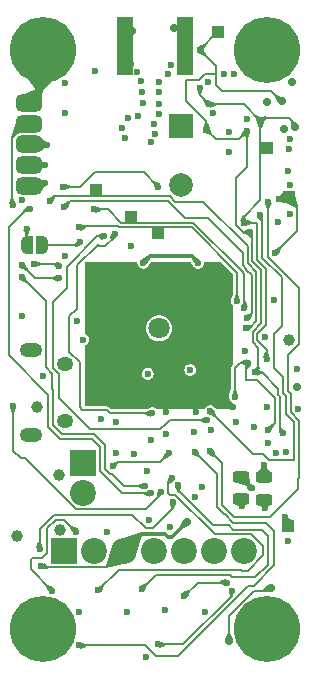
<source format=gbr>
%TF.GenerationSoftware,KiCad,Pcbnew,8.0.0*%
%TF.CreationDate,2024-04-01T12:03:41-07:00*%
%TF.ProjectId,lyrav3r1,6c797261-7633-4723-912e-6b696361645f,rev?*%
%TF.SameCoordinates,Original*%
%TF.FileFunction,Copper,L1,Top*%
%TF.FilePolarity,Positive*%
%FSLAX46Y46*%
G04 Gerber Fmt 4.6, Leading zero omitted, Abs format (unit mm)*
G04 Created by KiCad (PCBNEW 8.0.0) date 2024-04-01 12:03:41*
%MOMM*%
%LPD*%
G01*
G04 APERTURE LIST*
G04 Aperture macros list*
%AMRoundRect*
0 Rectangle with rounded corners*
0 $1 Rounding radius*
0 $2 $3 $4 $5 $6 $7 $8 $9 X,Y pos of 4 corners*
0 Add a 4 corners polygon primitive as box body*
4,1,4,$2,$3,$4,$5,$6,$7,$8,$9,$2,$3,0*
0 Add four circle primitives for the rounded corners*
1,1,$1+$1,$2,$3*
1,1,$1+$1,$4,$5*
1,1,$1+$1,$6,$7*
1,1,$1+$1,$8,$9*
0 Add four rect primitives between the rounded corners*
20,1,$1+$1,$2,$3,$4,$5,0*
20,1,$1+$1,$4,$5,$6,$7,0*
20,1,$1+$1,$6,$7,$8,$9,0*
20,1,$1+$1,$8,$9,$2,$3,0*%
%AMFreePoly0*
4,1,19,0.500000,-0.750000,0.000000,-0.750000,0.000000,-0.744911,-0.071157,-0.744911,-0.207708,-0.704816,-0.327430,-0.627875,-0.420627,-0.520320,-0.479746,-0.390866,-0.500000,-0.250000,-0.500000,0.250000,-0.479746,0.390866,-0.420627,0.520320,-0.327430,0.627875,-0.207708,0.704816,-0.071157,0.744911,0.000000,0.744911,0.000000,0.750000,0.500000,0.750000,0.500000,-0.750000,0.500000,-0.750000,
$1*%
%AMFreePoly1*
4,1,19,0.000000,0.744911,0.071157,0.744911,0.207708,0.704816,0.327430,0.627875,0.420627,0.520320,0.479746,0.390866,0.500000,0.250000,0.500000,-0.250000,0.479746,-0.390866,0.420627,-0.520320,0.327430,-0.627875,0.207708,-0.704816,0.071157,-0.744911,0.000000,-0.744911,0.000000,-0.750000,-0.500000,-0.750000,-0.500000,0.750000,0.000000,0.750000,0.000000,0.744911,0.000000,0.744911,
$1*%
G04 Aperture macros list end*
%TA.AperFunction,ComponentPad*%
%ADD10C,5.600000*%
%TD*%
%TA.AperFunction,ComponentPad*%
%ADD11R,2.000000X2.000000*%
%TD*%
%TA.AperFunction,ComponentPad*%
%ADD12C,2.000000*%
%TD*%
%TA.AperFunction,SMDPad,CuDef*%
%ADD13FreePoly0,0.000000*%
%TD*%
%TA.AperFunction,SMDPad,CuDef*%
%ADD14FreePoly1,0.000000*%
%TD*%
%TA.AperFunction,SMDPad,CuDef*%
%ADD15R,1.000000X1.000000*%
%TD*%
%TA.AperFunction,ComponentPad*%
%ADD16R,2.200000X2.200000*%
%TD*%
%TA.AperFunction,ComponentPad*%
%ADD17C,2.200000*%
%TD*%
%TA.AperFunction,ComponentPad*%
%ADD18C,1.800000*%
%TD*%
%TA.AperFunction,SMDPad,CuDef*%
%ADD19RoundRect,0.492126X-0.632874X-0.257874X0.632874X-0.257874X0.632874X0.257874X-0.632874X0.257874X0*%
%TD*%
%TA.AperFunction,SMDPad,CuDef*%
%ADD20RoundRect,0.243750X-0.456250X0.243750X-0.456250X-0.243750X0.456250X-0.243750X0.456250X0.243750X0*%
%TD*%
%TA.AperFunction,SMDPad,CuDef*%
%ADD21RoundRect,0.243750X0.456250X-0.243750X0.456250X0.243750X-0.456250X0.243750X-0.456250X-0.243750X0*%
%TD*%
%TA.AperFunction,ComponentPad*%
%ADD22O,1.400000X1.200000*%
%TD*%
%TA.AperFunction,ComponentPad*%
%ADD23O,1.900000X1.200000*%
%TD*%
%TA.AperFunction,SMDPad,CuDef*%
%ADD24R,1.400000X5.000000*%
%TD*%
%TA.AperFunction,ViaPad*%
%ADD25C,0.600000*%
%TD*%
%TA.AperFunction,ViaPad*%
%ADD26C,0.700000*%
%TD*%
%TA.AperFunction,ViaPad*%
%ADD27C,1.000000*%
%TD*%
%TA.AperFunction,Conductor*%
%ADD28C,0.200000*%
%TD*%
%TA.AperFunction,Conductor*%
%ADD29C,0.300000*%
%TD*%
G04 APERTURE END LIST*
D10*
%TO.P,H3,1,1*%
%TO.N,GND*%
X3000000Y3000000D03*
%TD*%
D11*
%TO.P,BZ1,1,+*%
%TO.N,/BUZZER*%
X14672400Y45579000D03*
D12*
%TO.P,BZ1,2,-*%
%TO.N,GND*%
X14672400Y40579000D03*
%TD*%
D13*
%TO.P,J4,1,Pin_1*%
%TO.N,GND*%
X1627200Y35459000D03*
D14*
%TO.P,J4,2,Pin_2*%
%TO.N,/BOOTSEL*%
X2927200Y35459000D03*
%TD*%
D15*
%TO.P,TP1,1,1*%
%TO.N,/RUN*%
X23765600Y11735400D03*
%TD*%
%TO.P,TP5,1,1*%
%TO.N,/SCK*%
X7535000Y40158000D03*
%TD*%
D16*
%TO.P,J8,1,Pin_1*%
%TO.N,+BATT*%
X4791800Y9601800D03*
D17*
%TO.P,J8,2,Pin_2*%
%TO.N,/P4-*%
X7331800Y9601800D03*
%TO.P,J8,3,Pin_3*%
%TO.N,/P3-*%
X9871800Y9601800D03*
%TO.P,J8,4,Pin_4*%
%TO.N,/P2-*%
X12411800Y9601800D03*
%TO.P,J8,5,Pin_5*%
%TO.N,/P1-*%
X14951800Y9601800D03*
%TO.P,J8,6,Pin_6*%
%TO.N,GND*%
X17491800Y9601800D03*
%TO.P,J8,7,Pin_7*%
%TO.N,/BATT RAW*%
X20031800Y9601800D03*
%TD*%
D15*
%TO.P,TP7,1,1*%
%TO.N,/MOSI*%
X12742000Y36475000D03*
%TD*%
D18*
%TO.P,AE1,1,A*%
%TO.N,/ANT IN*%
X12843600Y28439000D03*
%TD*%
D10*
%TO.P,H1,1,1*%
%TO.N,GND*%
X3000000Y52000000D03*
%TD*%
D19*
%TO.P,J5,1,Pin_1*%
%TO.N,/BRKOUT1*%
X1820000Y40516200D03*
%TO.P,J5,2,Pin_2*%
%TO.N,/BRKOUT2*%
X1820000Y42266200D03*
%TO.P,J5,3,Pin_3*%
%TO.N,/BRKOUT3*%
X1820000Y44016200D03*
%TO.P,J5,4,Pin_4*%
%TO.N,/BRKOUT4*%
X1820000Y45766200D03*
%TO.P,J5,5,Pin_5*%
%TO.N,GND*%
X1820000Y47516200D03*
%TD*%
D10*
%TO.P,H2,1,1*%
%TO.N,GND*%
X22000000Y52000000D03*
%TD*%
D15*
%TO.P,TP4,1,1*%
%TO.N,/SCL*%
X22013000Y43714000D03*
%TD*%
D10*
%TO.P,H4,1,1*%
%TO.N,GND*%
X22000000Y3000000D03*
%TD*%
D15*
%TO.P,TP3,1,1*%
%TO.N,/SDA*%
X17822000Y53493000D03*
%TD*%
D16*
%TO.P,J2,1,Pin_1*%
%TO.N,/BATT POSTSW*%
X6392000Y17044000D03*
D17*
%TO.P,J2,2,Pin_2*%
%TO.N,/BATT RAW*%
X6392000Y14504000D03*
%TD*%
D15*
%TO.P,TP6,1,1*%
%TO.N,/MISO*%
X10456000Y37872000D03*
%TD*%
D20*
%TO.P,D2,1,K*%
%TO.N,GND*%
X21733600Y15814300D03*
%TO.P,D2,2,A*%
%TO.N,Net-(D2-A)*%
X21733600Y13939300D03*
%TD*%
D15*
%TO.P,TP2,1,1*%
%TO.N,Net-(IC1-1PPS)*%
X23816400Y39573800D03*
%TD*%
D21*
%TO.P,D3,1,K*%
%TO.N,Net-(D3-K)*%
X19752400Y13987500D03*
%TO.P,D3,2,A*%
%TO.N,+3V3*%
X19752400Y15862500D03*
%TD*%
D22*
%TO.P,J7,6,Shield*%
%TO.N,unconnected-(J7-Shield-Pad6)*%
X4879700Y25433000D03*
%TO.P,J7,7*%
%TO.N,N/C*%
X4879700Y20593000D03*
D23*
%TO.P,J7,8*%
X1979700Y19413000D03*
%TO.P,J7,9*%
X1979700Y26613000D03*
%TD*%
D24*
%TO.P,AE3,2,Shield*%
%TO.N,GND*%
X15050000Y52365000D03*
X9950000Y52365000D03*
%TD*%
D25*
%TO.N,GND*%
X9922600Y44577600D03*
D26*
X10557600Y53620000D03*
D25*
X11827600Y31420400D03*
X10252800Y46279400D03*
X9744800Y45365000D03*
X17288600Y25095800D03*
X23579348Y17992888D03*
X13631000Y49937000D03*
X12030800Y27229400D03*
X11980000Y12243400D03*
X11776800Y635700D03*
X9440000Y31496600D03*
X12437200Y30887000D03*
X5900000Y29025000D03*
X16171000Y30988600D03*
X15879457Y14185415D03*
X16145600Y30175800D03*
X12872800Y49302000D03*
X21718968Y16825193D03*
X12157800Y44222000D03*
X10456000Y29058200D03*
X22024800Y21757400D03*
X8424000Y11176600D03*
X23791000Y41783600D03*
X11091000Y46457200D03*
X12183200Y32969800D03*
X15840800Y27686600D03*
X11375774Y32862826D03*
X17421299Y46674872D03*
X12538800Y44933200D03*
X23867200Y43615000D03*
X9643200Y29566200D03*
X20842000Y20066600D03*
X20108000Y26543600D03*
X13453200Y21387400D03*
X18797600Y43383800D03*
X13350600Y4622400D03*
X24517200Y24995105D03*
X11268800Y27483400D03*
X11294200Y49403600D03*
X10483820Y35431180D03*
X3033199Y24421783D03*
X4868000Y34544600D03*
X19065198Y21793800D03*
X16145600Y28550200D03*
X12843600Y48438400D03*
X16145600Y29363000D03*
X11446600Y47498600D03*
X9440000Y32360200D03*
X15933573Y21345428D03*
X10151200Y4420200D03*
X12843600Y47447800D03*
X10456000Y28042200D03*
X15824574Y19683236D03*
X12843600Y46584200D03*
X9372400Y30491154D03*
D26*
X14139000Y53874000D03*
D25*
X14977200Y27661200D03*
X22902000Y37440200D03*
X7900000Y20775000D03*
D26*
X23460800Y45346000D03*
D25*
X7385200Y50241800D03*
X4868000Y46685800D03*
X10938600Y50140200D03*
X16728800Y4393800D03*
X12183200Y30125000D03*
X11421200Y48438400D03*
X23918000Y38151400D03*
X6028400Y4386000D03*
X10862400Y24587800D03*
X1633379Y36853836D03*
X20260400Y46177800D03*
D27*
X4461600Y11401802D03*
D25*
X9166463Y17882200D03*
X13407020Y19491472D03*
X13859600Y50749800D03*
X10481400Y50800600D03*
X18319600Y49937000D03*
X14164400Y27635800D03*
X1261200Y39266200D03*
X12386400Y45720600D03*
%TO.N,+3V3*%
X10717300Y17773300D03*
X24597839Y21590600D03*
X19169603Y49937000D03*
X23918000Y40573802D03*
D26*
X24502200Y23444800D03*
D25*
X22735866Y17887803D03*
X6429700Y27483362D03*
X1250800Y29515400D03*
X23765600Y10465400D03*
X23926349Y44428670D03*
X22095400Y18688800D03*
X16501200Y14986600D03*
X21808400Y27686287D03*
X13758000Y11598200D03*
X9166187Y20510086D03*
X19343511Y20529512D03*
D26*
X21987600Y47577400D03*
X24133083Y49274182D03*
D25*
X11838400Y16350450D03*
X11878404Y24587800D03*
X15488401Y24909592D03*
X20683377Y14892191D03*
X4868000Y49175000D03*
X18726521Y45044448D03*
X17000000Y49314100D03*
%TO.N,+1V1*%
X12176816Y18944492D03*
X17239640Y19832480D03*
D27*
%TO.N,VBUS*%
X804000Y10824900D03*
X2531200Y21743000D03*
X4360000Y16002600D03*
D25*
%TO.N,Net-(D2-A)*%
X21835200Y13259400D03*
%TO.N,/P3-*%
X2887847Y8342200D03*
D26*
X15205800Y12065600D03*
D25*
%TO.N,/RUN*%
X23520599Y12506399D03*
%TO.N,/BOOTSEL*%
X6178780Y35723020D03*
%TO.N,/GPS 3v3*%
X22572140Y30836200D03*
D27*
X23816386Y27432600D03*
D25*
%TO.N,/SCL*%
X20412794Y25527612D03*
X19265615Y22657088D03*
X22061380Y19835580D03*
X20000271Y37395379D03*
D26*
X24375200Y45466600D03*
D25*
X17060000Y47397000D03*
X16299050Y48799747D03*
X21424998Y45974600D03*
X21952500Y25842208D03*
%TO.N,/BRKOUT4*%
X1211255Y32796407D03*
X11645200Y15092681D03*
X448400Y38862600D03*
%TO.N,/BRKOUT3*%
X12178863Y14466461D03*
X3344000Y43993400D03*
X1921600Y38557806D03*
%TO.N,/BRKOUT2*%
X3191600Y42266200D03*
X499200Y21844600D03*
X13010970Y14589711D03*
%TO.N,/BRKOUT1*%
X4715600Y40386600D03*
X21359377Y38045379D03*
X3191600Y40742200D03*
X12792800Y40437400D03*
X17190200Y21418783D03*
%TO.N,Net-(IC1-1PPS)*%
X23003600Y39421400D03*
X22674998Y34824000D03*
%TO.N,/P2 EN *%
X18584000Y6909400D03*
X14988600Y5799013D03*
%TO.N,/P3 EN *%
X11370400Y6350600D03*
X14437600Y15139000D03*
%TO.N,/P4 EN *%
X7712800Y6249000D03*
X13904408Y15750112D03*
%TO.N,/BATT SENSE *%
X5833200Y11227400D03*
X13700394Y17891472D03*
X3788521Y6232968D03*
X8932000Y16764600D03*
D26*
%TO.N,/P1 CONT *%
X18761800Y1956400D03*
X22292400Y6452200D03*
D25*
%TO.N,/P3 CONT *%
X14029202Y13706600D03*
X2724844Y9743800D03*
%TO.N,/P2 CONT *%
X19006945Y6222893D03*
X12742000Y1677000D03*
%TO.N,/QSPI_SS*%
X4413007Y32676065D03*
X1250800Y33782600D03*
%TO.N,/P4 CONT *%
X15853590Y17994763D03*
X6061800Y1600800D03*
%TO.N,Net-(D3-K)*%
X19827027Y13388876D03*
%TO.N,/SDA*%
X23305832Y19542095D03*
X20311200Y45111000D03*
X20514400Y36576600D03*
D26*
X23215578Y47645712D03*
D25*
X16856800Y45263400D03*
X21003091Y24715094D03*
X16298000Y52019800D03*
%TO.N,/ANT OFF*%
X11519198Y33996200D03*
X16145600Y33996200D03*
%TO.N,/QSPI_SD1*%
X2288124Y33873276D03*
X4389334Y33747294D03*
%TO.N,/BUZZER*%
X22091451Y39151783D03*
X17191164Y18014336D03*
%TO.N,/SX CS*%
X20317304Y29323144D03*
X4817200Y38720600D03*
%TO.N,/BUSY*%
X16936027Y20660232D03*
X8173380Y36217620D03*
%TO.N,/MISO*%
X7306400Y38507000D03*
X20062661Y30134107D03*
%TO.N,/MOSI*%
X6082187Y36978370D03*
X19438861Y30734600D03*
%TO.N,/SCK*%
X20223691Y28438603D03*
X3599401Y39216799D03*
%TO.N,/SX RST*%
X9084400Y36424200D03*
X12284800Y21235000D03*
%TD*%
D28*
%TO.N,GND*%
X21718968Y15828932D02*
X21733600Y15814300D01*
X1820000Y47516200D02*
X2886000Y48582200D01*
X1627200Y36847657D02*
X1633379Y36853836D01*
X2886000Y48582200D02*
X2886000Y51947000D01*
X21718968Y16825193D02*
X21718968Y15828932D01*
X1627200Y35459000D02*
X1627200Y36847657D01*
%TO.N,+3V3*%
X19752400Y15822500D02*
X20682709Y14892191D01*
X20682709Y14892191D02*
X20683377Y14892191D01*
%TO.N,Net-(D2-A)*%
X21733600Y13939300D02*
X21733600Y13361000D01*
X21733600Y13361000D02*
X21835200Y13259400D01*
%TO.N,/P3-*%
X9871800Y9601800D02*
X8471800Y8201800D01*
D29*
X11321800Y11051800D02*
X13374800Y11051800D01*
D28*
X8471800Y8201800D02*
X3028247Y8201800D01*
D29*
X13374800Y11051800D02*
X13631000Y10795600D01*
X13935800Y10795600D02*
X15205800Y12065600D01*
X9871800Y9601800D02*
X11321800Y11051800D01*
X13631000Y10795600D02*
X13935800Y10795600D01*
D28*
X3028247Y8201800D02*
X2887847Y8342200D01*
%TO.N,/RUN*%
X23520599Y11980401D02*
X23765600Y11735400D01*
X23520599Y12506399D02*
X23520599Y11980401D01*
%TO.N,/BOOTSEL*%
X2927200Y35459000D02*
X5914760Y35459000D01*
X5914760Y35459000D02*
X6178780Y35723020D01*
%TO.N,/SCL*%
X21952500Y26622948D02*
X21952500Y25842208D01*
X19265615Y22657088D02*
X19397112Y22657088D01*
X16299050Y48157950D02*
X17060000Y47397000D01*
X23816400Y46279400D02*
X21729798Y46279400D01*
X21424998Y39324639D02*
X20000271Y37899912D01*
X21134883Y24054400D02*
X20209600Y24054400D01*
X20209600Y25324418D02*
X20412794Y25527612D01*
X21424998Y45974600D02*
X21424998Y39324639D01*
X22061380Y19835580D02*
X22648000Y20422200D01*
X20002598Y47397000D02*
X21424998Y45974600D01*
X19676212Y25527612D02*
X19265615Y25117015D01*
X21900000Y33500830D02*
X21900000Y28697126D01*
X17060000Y47397000D02*
X20002598Y47397000D01*
X20000271Y37899912D02*
X20000271Y37395379D01*
X16299050Y48799747D02*
X16299050Y48157950D01*
X24375200Y45466600D02*
X24375200Y45720600D01*
X21158400Y27417048D02*
X21952500Y26622948D01*
X21136800Y37275000D02*
X21136800Y34264030D01*
X20412794Y25527612D02*
X19676212Y25527612D01*
X19265615Y25117015D02*
X19265615Y22657088D01*
X21900000Y28697126D02*
X21158400Y27955526D01*
X21136800Y34264030D02*
X21900000Y33500830D01*
X21016421Y37395379D02*
X21136800Y37275000D01*
X21158400Y27955526D02*
X21158400Y27417048D01*
X22648000Y22541283D02*
X21134883Y24054400D01*
X21729798Y46279400D02*
X21424998Y45974600D01*
X20209600Y24054400D02*
X20209600Y25324418D01*
X20000271Y37395379D02*
X21016421Y37395379D01*
X24375200Y45720600D02*
X23816400Y46279400D01*
X22648000Y20422200D02*
X22648000Y22541283D01*
%TO.N,/BRKOUT4*%
X8282000Y16495361D02*
X8662761Y16114600D01*
X3879700Y23246186D02*
X3879700Y20220208D01*
X3229700Y25144522D02*
X3801200Y24573022D01*
X448400Y38862600D02*
X448400Y39065800D01*
X3229700Y30777962D02*
X3229700Y25144522D01*
X3801200Y24573022D02*
X3801200Y23324685D01*
X3879700Y20220208D02*
X4598508Y19501400D01*
X3801200Y23324685D02*
X3879700Y23246186D01*
X448400Y39065800D02*
X395000Y39119200D01*
X7300285Y19501400D02*
X8282000Y18519685D01*
X8863914Y16114600D02*
X9885833Y15092681D01*
X8662761Y16114600D02*
X8863914Y16114600D01*
X395000Y44609342D02*
X1551858Y45766200D01*
X8282000Y18519685D02*
X8282000Y16495361D01*
X4598508Y19501400D02*
X7300285Y19501400D01*
X1551858Y45766200D02*
X1820000Y45766200D01*
X1211255Y32796407D02*
X3229700Y30777962D01*
X9885833Y15092681D02*
X11645200Y15092681D01*
X395000Y39119200D02*
X395000Y44609342D01*
%TO.N,/BRKOUT3*%
X9745214Y14466461D02*
X7882000Y16329675D01*
X100000Y26162801D02*
X100000Y37016996D01*
X3479700Y22783101D02*
X100000Y26162801D01*
X7134600Y19101400D02*
X4432823Y19101400D01*
X1640810Y38557806D02*
X1921600Y38557806D01*
X3479700Y20054522D02*
X3479700Y22783101D01*
X3344000Y43993400D02*
X1842800Y43993400D01*
X100000Y37016996D02*
X1640810Y38557806D01*
X12178863Y14466461D02*
X9745214Y14466461D01*
X1842800Y43993400D02*
X1820000Y44016200D01*
X7882000Y18354000D02*
X7134600Y19101400D01*
X4432823Y19101400D02*
X3479700Y20054522D01*
X7882000Y16329675D02*
X7882000Y18354000D01*
%TO.N,/BRKOUT2*%
X13010970Y14396809D02*
X13010970Y14589711D01*
X499200Y21844600D02*
X499200Y18080561D01*
X1454000Y17435400D02*
X5785400Y13104000D01*
X499200Y18080561D02*
X1144361Y17435400D01*
X5785400Y13104000D02*
X11718161Y13104000D01*
X1144361Y17435400D02*
X1454000Y17435400D01*
X11718161Y13104000D02*
X13010970Y14396809D01*
%TO.N,/BRKOUT1*%
X22597200Y25038115D02*
X22597200Y27974282D01*
X23222140Y32744374D02*
X21536800Y34429715D01*
X20828383Y17780600D02*
X21682800Y17780600D01*
X7408000Y41682000D02*
X11548200Y41682000D01*
X23352200Y24283115D02*
X22597200Y25038115D01*
X2965600Y40516200D02*
X3191600Y40742200D01*
X23597839Y21176386D02*
X23597839Y22722814D01*
X21536800Y37867956D02*
X21359377Y38045379D01*
X23352200Y22968454D02*
X23352200Y24283115D01*
X17190200Y21418783D02*
X20828383Y17780600D01*
X22597200Y27974282D02*
X23222140Y28599222D01*
X7408000Y41682000D02*
X6163400Y40437400D01*
X21536800Y34429715D02*
X21536800Y37867956D01*
X6163400Y40437400D02*
X4766400Y40437400D01*
X24273600Y17272600D02*
X24273600Y20500624D01*
X24273600Y20500624D02*
X23597839Y21176386D01*
X23597839Y22722814D02*
X23352200Y22968454D01*
X22190800Y17272600D02*
X24273600Y17272600D01*
X4766400Y40437400D02*
X4715600Y40386600D01*
X1820000Y40516200D02*
X2965600Y40516200D01*
X11548200Y41682000D02*
X12792800Y40437400D01*
X23222140Y28599222D02*
X23222140Y32744374D01*
X21682800Y17780600D02*
X22190800Y17272600D01*
%TO.N,Net-(IC1-1PPS)*%
X22674998Y34824000D02*
X24518000Y36667002D01*
X23664000Y39421400D02*
X23816400Y39573800D01*
X23003600Y39421400D02*
X23664000Y39421400D01*
X24518000Y36667002D02*
X24518000Y38872200D01*
X24518000Y38872200D02*
X23816400Y39573800D01*
%TO.N,/P2 EN *%
X16098987Y6909400D02*
X18584000Y6909400D01*
X14988600Y5799013D02*
X16098987Y6909400D01*
%TO.N,/P3 EN *%
X22032000Y10893000D02*
X22032000Y8407000D01*
X14437600Y14712417D02*
X17375017Y11775000D01*
X18754486Y11775000D02*
X19127686Y11401800D01*
X18824715Y7576200D02*
X12596000Y7576200D01*
X19127686Y11401800D02*
X21523200Y11401800D01*
X17375017Y11775000D02*
X18754486Y11775000D01*
X19027915Y7373000D02*
X18824715Y7576200D01*
X20998000Y7373000D02*
X19027915Y7373000D01*
X22032000Y8407000D02*
X20998000Y7373000D01*
X21523200Y11401800D02*
X22032000Y10893000D01*
X12596000Y7576200D02*
X11370400Y6350600D01*
X14437600Y15139000D02*
X14437600Y14712417D01*
%TO.N,/P4 EN *%
X13748452Y14356600D02*
X14227731Y14356600D01*
X19854000Y7976200D02*
X9440000Y7976200D01*
X13616000Y15461704D02*
X13904408Y15750112D01*
X21632000Y9981499D02*
X21632000Y9222101D01*
X14227731Y14356600D02*
X17582531Y11001800D01*
X13737600Y14356600D02*
X13616000Y14478200D01*
X19904800Y7925400D02*
X19854000Y7976200D01*
X9440000Y7976200D02*
X7712800Y6249000D01*
X17582531Y11001800D02*
X20611699Y11001800D01*
X20611699Y11001800D02*
X21632000Y9981499D01*
X13616000Y14478200D02*
X13616000Y15461704D01*
X20335299Y7925400D02*
X19904800Y7925400D01*
X21632000Y9222101D02*
X20335299Y7925400D01*
%TO.N,/BATT SENSE *%
X4808798Y12251802D02*
X5833200Y11227400D01*
X2124800Y8992200D02*
X2973331Y8992200D01*
X3788521Y6232968D02*
X1972400Y8049089D01*
X1972400Y8839800D02*
X2124800Y8992200D01*
X4109518Y12251802D02*
X4808798Y12251802D01*
X2973331Y8992200D02*
X3385200Y9404069D01*
X9287600Y17120200D02*
X12929122Y17120200D01*
X9287600Y17120200D02*
X8932000Y16764600D01*
X3385200Y11527484D02*
X4109518Y12251802D01*
X1972400Y8049089D02*
X1972400Y8839800D01*
X3385200Y9404069D02*
X3385200Y11527484D01*
X13700394Y17891472D02*
X12929122Y17120200D01*
%TO.N,/P1 CONT *%
X22063800Y6223600D02*
X22292400Y6452200D01*
X18761800Y1956400D02*
X18761800Y4117578D01*
X18761800Y4117578D02*
X20867822Y6223600D01*
X20867822Y6223600D02*
X22063800Y6223600D01*
%TO.N,/P3 CONT *%
X10550759Y12651802D02*
X3943832Y12651802D01*
X12305200Y11501800D02*
X11700761Y11501800D01*
X11700761Y11501800D02*
X10550759Y12651802D01*
X3943832Y12651802D02*
X2724844Y11432814D01*
X14029202Y13225802D02*
X12305200Y11501800D01*
X2724844Y11432814D02*
X2724844Y9743800D01*
X14029202Y13706600D02*
X14029202Y13225802D01*
%TO.N,/P2 CONT *%
X14887229Y1677000D02*
X19006945Y5796716D01*
X12742000Y1677000D02*
X14887229Y1677000D01*
X19006945Y5796716D02*
X19006945Y6222893D01*
%TO.N,/QSPI_SS*%
X2357335Y32676065D02*
X1250800Y33782600D01*
X4413007Y32676065D02*
X2357335Y32676065D01*
%TO.N,/P4 CONT *%
X22597200Y8362914D02*
X20857886Y6623600D01*
X18364441Y12679931D02*
X18415241Y12679931D01*
X18415241Y12679931D02*
X19105772Y11989400D01*
X12600029Y661000D02*
X11660229Y1600800D01*
X17754841Y16093512D02*
X17754841Y13289531D01*
X22597200Y11278200D02*
X22597200Y8362914D01*
X17754841Y13289531D02*
X18364441Y12679931D01*
X11660229Y1600800D02*
X6061800Y1600800D01*
X15853590Y17994763D02*
X17754841Y16093512D01*
X21886000Y11989400D02*
X22597200Y11278200D01*
X20399514Y6623600D02*
X14436914Y661000D01*
X20857886Y6623600D02*
X20399514Y6623600D01*
X14436914Y661000D02*
X12600029Y661000D01*
X19105772Y11989400D02*
X21886000Y11989400D01*
%TO.N,Net-(D3-K)*%
X19752400Y13463503D02*
X19827027Y13388876D01*
X19752400Y13947500D02*
X19752400Y13463503D01*
%TO.N,/SDA*%
X19350271Y37191761D02*
X19965432Y36576600D01*
X23079800Y19768127D02*
X23079800Y22675169D01*
X20736800Y34098345D02*
X21492400Y33342744D01*
X17669600Y50648200D02*
X16298000Y52019800D01*
X21252500Y24964503D02*
X21003091Y24715094D01*
X16856800Y45263400D02*
X17675752Y44444448D01*
X20311200Y42113800D02*
X19350271Y41152871D01*
X19965432Y36576600D02*
X20514400Y36576600D01*
X20758400Y27251363D02*
X21252500Y26757263D01*
X17669600Y49937000D02*
X16774371Y49937000D01*
X17669600Y49073400D02*
X17669600Y49937000D01*
X20758400Y28121212D02*
X20758400Y27251363D01*
X20514400Y36576600D02*
X20736800Y36354200D01*
X15155000Y49429000D02*
X15155000Y47696400D01*
X23079800Y22675169D02*
X22952200Y22802769D01*
X23305832Y19542095D02*
X23079800Y19768127D01*
X20311200Y45111000D02*
X20311200Y42113800D01*
X17771200Y53493000D02*
X17822000Y53493000D01*
X21492400Y33342744D02*
X21492400Y28855212D01*
X16856800Y45994600D02*
X16856800Y45263400D01*
X21530106Y24715094D02*
X21003091Y24715094D01*
X16298000Y52019800D02*
X17771200Y53493000D01*
X19350271Y41152871D02*
X19350271Y37191761D01*
X17675752Y44444448D02*
X19644648Y44444448D01*
X15155000Y47696400D02*
X16856800Y45994600D01*
X18177600Y48565400D02*
X17669600Y49073400D01*
X21252500Y26757263D02*
X21252500Y24964503D01*
X22952200Y23293000D02*
X21530106Y24715094D01*
X22952200Y22802769D02*
X22952200Y23293000D01*
X16774371Y49937000D02*
X16266371Y49429000D01*
X19644648Y44444448D02*
X20311200Y45111000D01*
X22295890Y48565400D02*
X18177600Y48565400D01*
X23215578Y47645712D02*
X22295890Y48565400D01*
X20736800Y36354200D02*
X20736800Y34098345D01*
X16266371Y49429000D02*
X15155000Y49429000D01*
X17669600Y49937000D02*
X17669600Y50648200D01*
X21492400Y28855212D02*
X20758400Y28121212D01*
D29*
%TO.N,/ANT OFF*%
X12047998Y34525000D02*
X11519198Y33996200D01*
X15616800Y34525000D02*
X12047998Y34525000D01*
X16145600Y33996200D02*
X15616800Y34525000D01*
D28*
%TO.N,/QSPI_SD1*%
X4263352Y33873276D02*
X4389334Y33747294D01*
X2288124Y33873276D02*
X4263352Y33873276D01*
%TO.N,/BUZZER*%
X24666400Y27080518D02*
X24666400Y31865800D01*
X18580927Y13079931D02*
X19214258Y12446600D01*
X23762082Y26176200D02*
X24666400Y27080518D01*
X23762082Y23124257D02*
X23762082Y26176200D01*
X18560269Y13079931D02*
X18580927Y13079931D01*
X17191164Y18014336D02*
X18177600Y17027900D01*
X18177600Y13462600D02*
X18560269Y13079931D01*
X19214258Y12446600D02*
X22241600Y12446600D01*
X18177600Y17027900D02*
X18177600Y13462600D01*
X24730800Y15748600D02*
X24730800Y20609110D01*
X22074998Y39135330D02*
X22091451Y39151783D01*
X24730800Y20609110D02*
X23997839Y21342071D01*
X22241600Y12446600D02*
X24629200Y14834200D01*
X24666400Y31865800D02*
X22074998Y34457202D01*
X24629200Y15647000D02*
X24730800Y15748600D01*
X24629200Y14834200D02*
X24629200Y15647000D01*
X23997839Y21342071D02*
X23997839Y22888500D01*
X23997839Y22888500D02*
X23762082Y23124257D01*
X22074998Y34457202D02*
X22074998Y39135330D01*
%TO.N,/SX CS*%
X20241599Y33418261D02*
X20241598Y33462182D01*
X5304400Y39207800D02*
X4817200Y38720600D01*
X20692400Y32967460D02*
X20241599Y33418261D01*
X15052316Y37778370D02*
X13622886Y39207800D01*
X20692400Y29698240D02*
X20692400Y32967460D01*
X20317304Y29323144D02*
X20692400Y29698240D01*
X20241598Y33462182D02*
X19936800Y33766980D01*
X19936800Y33766980D02*
X19936800Y34817400D01*
X16975830Y37778370D02*
X15052316Y37778370D01*
X13622886Y39207800D02*
X5304400Y39207800D01*
X19936800Y34817400D02*
X16975830Y37778370D01*
%TO.N,/BUSY*%
X5033200Y33658200D02*
X7592620Y36217620D01*
X3879700Y25060208D02*
X3879700Y30660700D01*
X12901791Y19905482D02*
X7010318Y19905482D01*
X4406908Y22508892D02*
X4406908Y24533000D01*
X7592620Y36217620D02*
X8173380Y36217620D01*
X16936027Y20660232D02*
X13749993Y20660232D01*
X13231233Y20141472D02*
X13137781Y20141472D01*
X4406908Y24533000D02*
X3879700Y25060208D01*
X13749993Y20660232D02*
X13231233Y20141472D01*
X13137781Y20141472D02*
X12901791Y19905482D01*
X3879700Y30660700D02*
X5033200Y31814200D01*
X7010318Y19905482D02*
X4406908Y22508892D01*
X5033200Y31814200D02*
X5033200Y33658200D01*
%TO.N,/MISO*%
X9615155Y37378370D02*
X8486525Y38507000D01*
X20062661Y33031513D02*
X19841598Y33252576D01*
X19841598Y33296496D02*
X15759724Y37378370D01*
X20062661Y30134107D02*
X20062661Y33031513D01*
X8486525Y38507000D02*
X7306400Y38507000D01*
X19841598Y33252576D02*
X19841598Y33296496D01*
X15759724Y37378370D02*
X9615155Y37378370D01*
%TO.N,/MOSI*%
X9353639Y37074200D02*
X6178017Y37074200D01*
X19438861Y30734600D02*
X19438861Y33133544D01*
X15594035Y36978370D02*
X9449469Y36978370D01*
X9449469Y36978370D02*
X9353639Y37074200D01*
X19438861Y33133544D02*
X15594035Y36978370D01*
X6178017Y37074200D02*
X6082187Y36978370D01*
%TO.N,/SCK*%
X20223691Y28438603D02*
X20510106Y28438603D01*
X16554400Y39165000D02*
X14231372Y39165000D01*
X14231372Y39165000D02*
X13788572Y39607800D01*
X20510106Y28438603D02*
X21092400Y29020896D01*
X20336800Y33932660D02*
X20336800Y35382600D01*
X3990402Y39607800D02*
X3599401Y39216799D01*
X21092400Y33177060D02*
X20336800Y33932660D01*
X21092400Y29020896D02*
X21092400Y33177060D01*
X20336800Y35382600D02*
X16554400Y39165000D01*
X13788572Y39607800D02*
X3990402Y39607800D01*
%TO.N,/SX RST*%
X8275000Y35400000D02*
X9084400Y36209400D01*
X5900000Y30106585D02*
X5900000Y33775000D01*
X7775000Y35400000D02*
X8275000Y35400000D01*
X6138000Y21743000D02*
X6138000Y25547492D01*
X5250000Y29456585D02*
X5900000Y30106585D01*
X8400000Y21525000D02*
X6356000Y21525000D01*
X9084400Y36209400D02*
X9084400Y36424200D01*
X7650000Y35525000D02*
X7775000Y35400000D01*
X5900000Y33775000D02*
X7650000Y35525000D01*
X6138000Y25547492D02*
X5250000Y26435492D01*
X8690000Y21235000D02*
X8400000Y21525000D01*
X6356000Y21525000D02*
X6138000Y21743000D01*
X12284800Y21235000D02*
X8690000Y21235000D01*
X5250000Y26435492D02*
X5250000Y29456585D01*
%TD*%
%TA.AperFunction,Conductor*%
%TO.N,/P2 EN *%
G36*
X15347939Y6288201D02*
G01*
X15477787Y6158353D01*
X15481214Y6150080D01*
X15480123Y6145146D01*
X15270477Y5694343D01*
X15263881Y5688287D01*
X15255424Y5688454D01*
X14992415Y5796450D01*
X14986063Y5802762D01*
X14986036Y5802829D01*
X14878040Y6065838D01*
X14878067Y6074793D01*
X14883926Y6080889D01*
X15334734Y6290538D01*
X15343679Y6290918D01*
X15347939Y6288201D01*
G37*
%TD.AperFunction*%
%TD*%
%TA.AperFunction,Conductor*%
%TO.N,/SCL*%
G36*
X20005480Y38028942D02*
G01*
X20008364Y38026830D01*
X20136635Y37898559D01*
X20139372Y37894244D01*
X20273665Y37520670D01*
X20273239Y37511725D01*
X20267146Y37505908D01*
X20004066Y37396544D01*
X19995111Y37396533D01*
X19995081Y37396546D01*
X19931580Y37423078D01*
X19734836Y37505284D01*
X19728524Y37511636D01*
X19728551Y37520591D01*
X19728953Y37521450D01*
X19989707Y38023948D01*
X19996558Y38029711D01*
X20005480Y38028942D01*
G37*
%TD.AperFunction*%
%TD*%
%TA.AperFunction,Conductor*%
%TO.N,GND*%
G36*
X3002723Y51978776D02*
G01*
X3008559Y51971984D01*
X3008726Y51971426D01*
X3733527Y49324918D01*
X3732408Y49316034D01*
X3730627Y49313668D01*
X2709162Y48264168D01*
X2700936Y48260629D01*
X2692618Y48263944D01*
X2692505Y48264055D01*
X2560125Y48396435D01*
X2558927Y48397838D01*
X1749597Y49513527D01*
X1747513Y49522236D01*
X1748628Y49525678D01*
X2986176Y51971984D01*
X2987003Y51973618D01*
X2993794Y51979453D01*
X3002723Y51978776D01*
G37*
%TD.AperFunction*%
%TD*%
%TA.AperFunction,Conductor*%
%TO.N,/P3-*%
G36*
X8867563Y10017774D02*
G01*
X9867958Y9603804D01*
X9874292Y9597474D01*
X9874529Y9596853D01*
X10227954Y8585577D01*
X10227448Y8576637D01*
X10220769Y8570672D01*
X10219756Y8570369D01*
X8366246Y8105449D01*
X8357387Y8106760D01*
X8352051Y8113950D01*
X8351699Y8116797D01*
X8351699Y8300122D01*
X8352170Y8303409D01*
X8851872Y10010248D01*
X8857485Y10017223D01*
X8866387Y10018188D01*
X8867563Y10017774D01*
G37*
%TD.AperFunction*%
%TD*%
%TA.AperFunction,Conductor*%
%TO.N,/SCK*%
G36*
X20658104Y28732840D02*
G01*
X20666220Y28729414D01*
X20795652Y28599982D01*
X20799079Y28591709D01*
X20795652Y28583436D01*
X20731351Y28519135D01*
X20444069Y28234638D01*
X20435779Y28231251D01*
X20427590Y28234650D01*
X20226449Y28434454D01*
X20222995Y28442716D01*
X20222995Y28442783D01*
X20223345Y28591355D01*
X20223663Y28726777D01*
X20227109Y28735041D01*
X20235390Y28738448D01*
X20658104Y28732840D01*
G37*
%TD.AperFunction*%
%TD*%
%TA.AperFunction,Conductor*%
%TO.N,/SCL*%
G36*
X20592584Y37498186D02*
G01*
X20599180Y37492130D01*
X20600271Y37487196D01*
X20600271Y37303563D01*
X20596844Y37295290D01*
X20592584Y37292573D01*
X20125576Y37122049D01*
X20116629Y37122430D01*
X20110767Y37128528D01*
X20001154Y37390870D01*
X20001128Y37399823D01*
X20001133Y37399837D01*
X20110767Y37662232D01*
X20117119Y37668543D01*
X20125573Y37668710D01*
X20592584Y37498186D01*
G37*
%TD.AperFunction*%
%TD*%
%TA.AperFunction,Conductor*%
%TO.N,/SX RST*%
G36*
X9088502Y36421489D02*
G01*
X9088549Y36421442D01*
X9287566Y36221094D01*
X9290965Y36212809D01*
X9287511Y36204547D01*
X9286789Y36203888D01*
X8880128Y35862391D01*
X8871589Y35859695D01*
X8864331Y35863078D01*
X8734546Y35992863D01*
X8731119Y36001136D01*
X8731211Y36002600D01*
X8783112Y36413991D01*
X8787546Y36421769D01*
X8794689Y36424225D01*
X9080222Y36424896D01*
X9088502Y36421489D01*
G37*
%TD.AperFunction*%
%TD*%
%TA.AperFunction,Conductor*%
%TO.N,/SDA*%
G36*
X20803242Y36576638D02*
G01*
X20811503Y36573184D01*
X20814891Y36565454D01*
X20836261Y36080937D01*
X20833202Y36072520D01*
X20825088Y36068732D01*
X20824572Y36068721D01*
X20641230Y36068721D01*
X20633481Y36071655D01*
X20311568Y36356246D01*
X20307639Y36364293D01*
X20310551Y36372761D01*
X20311012Y36373254D01*
X20510955Y36574139D01*
X20519217Y36577584D01*
X20803242Y36576638D01*
G37*
%TD.AperFunction*%
%TD*%
%TA.AperFunction,Conductor*%
%TO.N,/BRKOUT3*%
G36*
X1717762Y38761699D02*
G01*
X1918841Y38561956D01*
X1922295Y38553694D01*
X1922295Y38553627D01*
X1921627Y38269509D01*
X1918181Y38261244D01*
X1909899Y38257837D01*
X1909897Y38257837D01*
X1488194Y38258929D01*
X1479951Y38262356D01*
X1350195Y38392112D01*
X1346768Y38400385D01*
X1350172Y38408635D01*
X1701223Y38761648D01*
X1709485Y38765097D01*
X1717762Y38761699D01*
G37*
%TD.AperFunction*%
%TD*%
%TA.AperFunction,Conductor*%
%TO.N,/SCL*%
G36*
X20416193Y25525197D02*
G01*
X20416240Y25525150D01*
X20616566Y25323879D01*
X20619973Y25315597D01*
X20616527Y25307332D01*
X20616421Y25307228D01*
X20313004Y25012811D01*
X20304856Y25009508D01*
X20121373Y25009508D01*
X20113100Y25012935D01*
X20109673Y25021208D01*
X20109673Y25021280D01*
X20111538Y25323879D01*
X20112722Y25516025D01*
X20116200Y25524275D01*
X20124382Y25527651D01*
X20407908Y25528596D01*
X20416193Y25525197D01*
G37*
%TD.AperFunction*%
%TD*%
%TA.AperFunction,Conductor*%
%TO.N,/P4 EN *%
G36*
X13907807Y15747697D02*
G01*
X13907854Y15747650D01*
X14106520Y15548047D01*
X14109927Y15539765D01*
X14106481Y15531500D01*
X14104740Y15530073D01*
X13718955Y15271554D01*
X13712442Y15269574D01*
X13530049Y15269574D01*
X13521776Y15273001D01*
X13518349Y15281274D01*
X13518542Y15283391D01*
X13602651Y15740565D01*
X13607517Y15748079D01*
X13614115Y15750145D01*
X13899522Y15751096D01*
X13907807Y15747697D01*
G37*
%TD.AperFunction*%
%TD*%
%TA.AperFunction,Conductor*%
%TO.N,GND*%
G36*
X2982142Y48854400D02*
G01*
X2985569Y48846127D01*
X2985561Y48845703D01*
X2945338Y47735333D01*
X2941614Y47727190D01*
X2935801Y47724257D01*
X1828810Y47516851D01*
X1820047Y47518696D01*
X1816114Y47523276D01*
X1463843Y48255346D01*
X1463345Y48264286D01*
X1469314Y48270961D01*
X1469579Y48271085D01*
X2783727Y48856815D01*
X2788490Y48857827D01*
X2973869Y48857827D01*
X2982142Y48854400D01*
G37*
%TD.AperFunction*%
%TD*%
%TA.AperFunction,Conductor*%
%TO.N,/BATT SENSE *%
G36*
X3442385Y6724493D02*
G01*
X3893192Y6514845D01*
X3899247Y6508250D01*
X3899080Y6499793D01*
X3791084Y6236784D01*
X3784772Y6230432D01*
X3784705Y6230405D01*
X3521696Y6122409D01*
X3512741Y6122436D01*
X3506644Y6128297D01*
X3296996Y6579103D01*
X3296616Y6588048D01*
X3299331Y6592306D01*
X3429182Y6722157D01*
X3437454Y6725583D01*
X3442385Y6724493D01*
G37*
%TD.AperFunction*%
%TD*%
%TA.AperFunction,Conductor*%
%TO.N,/BRKOUT4*%
G36*
X11528841Y15365631D02*
G01*
X11534703Y15359533D01*
X11644315Y15097192D01*
X11644342Y15088237D01*
X11644315Y15088170D01*
X11534703Y14825830D01*
X11528351Y14819518D01*
X11519894Y14819352D01*
X11386147Y14868188D01*
X11052887Y14989875D01*
X11046291Y14995931D01*
X11045200Y15000865D01*
X11045200Y15184498D01*
X11048627Y15192771D01*
X11052887Y15195488D01*
X11519897Y15366012D01*
X11528841Y15365631D01*
G37*
%TD.AperFunction*%
%TD*%
%TA.AperFunction,Conductor*%
%TO.N,Net-(D2-A)*%
G36*
X21741761Y13932438D02*
G01*
X22267983Y13483282D01*
X22272051Y13475305D01*
X22269286Y13466787D01*
X22264464Y13463416D01*
X21905909Y13330111D01*
X21770865Y13195067D01*
X21762592Y13191640D01*
X21756699Y13193233D01*
X21325438Y13444723D01*
X21320018Y13451851D01*
X21321225Y13460724D01*
X21322452Y13462447D01*
X21725295Y13931167D01*
X21733283Y13935206D01*
X21741761Y13932438D01*
G37*
%TD.AperFunction*%
%TD*%
%TA.AperFunction,Conductor*%
%TO.N,/P2 CONT *%
G36*
X13334313Y1779807D02*
G01*
X13340909Y1773751D01*
X13342000Y1768817D01*
X13342000Y1585184D01*
X13338573Y1576911D01*
X13334313Y1574194D01*
X12867305Y1403670D01*
X12858358Y1404051D01*
X12852496Y1410149D01*
X12742883Y1672491D01*
X12742857Y1681444D01*
X12742862Y1681458D01*
X12852496Y1943853D01*
X12858848Y1950164D01*
X12867302Y1950331D01*
X13334313Y1779807D01*
G37*
%TD.AperFunction*%
%TD*%
%TA.AperFunction,Conductor*%
%TO.N,/BRKOUT1*%
G36*
X12446664Y40928925D02*
G01*
X12897471Y40719277D01*
X12903526Y40712682D01*
X12903359Y40704225D01*
X12795363Y40441216D01*
X12789051Y40434864D01*
X12788984Y40434837D01*
X12525975Y40326841D01*
X12517020Y40326868D01*
X12510923Y40332729D01*
X12301275Y40783535D01*
X12300895Y40792480D01*
X12303610Y40796738D01*
X12433461Y40926589D01*
X12441733Y40930015D01*
X12446664Y40928925D01*
G37*
%TD.AperFunction*%
%TD*%
%TA.AperFunction,Conductor*%
%TO.N,/ANT OFF*%
G36*
X15835192Y34521975D02*
G01*
X16251623Y34278499D01*
X16257036Y34271365D01*
X16256541Y34263955D01*
X16148163Y34000016D01*
X16141851Y33993664D01*
X16141784Y33993637D01*
X15877845Y33885259D01*
X15868890Y33885286D01*
X15863301Y33890177D01*
X15619825Y34306607D01*
X15618608Y34315475D01*
X15621651Y34320780D01*
X15821019Y34520148D01*
X15829291Y34523574D01*
X15835192Y34521975D01*
G37*
%TD.AperFunction*%
%TD*%
%TA.AperFunction,Conductor*%
%TO.N,Net-(D3-K)*%
G36*
X19853860Y13944073D02*
G01*
X19855761Y13941576D01*
X19969146Y13741717D01*
X20097677Y13515162D01*
X20098779Y13506276D01*
X20093274Y13499213D01*
X20092012Y13498593D01*
X19831538Y13389761D01*
X19822583Y13389734D01*
X19822516Y13389761D01*
X19558975Y13499874D01*
X19552663Y13506226D01*
X19552086Y13513304D01*
X19650305Y13938434D01*
X19655506Y13945723D01*
X19661705Y13947500D01*
X19845587Y13947500D01*
X19853860Y13944073D01*
G37*
%TD.AperFunction*%
%TD*%
%TA.AperFunction,Conductor*%
%TO.N,/SCL*%
G36*
X16713864Y47888525D02*
G01*
X17164671Y47678877D01*
X17170726Y47672282D01*
X17170559Y47663825D01*
X17062563Y47400816D01*
X17056251Y47394464D01*
X17056184Y47394437D01*
X16793175Y47286441D01*
X16784220Y47286468D01*
X16778123Y47292329D01*
X16568475Y47743135D01*
X16568095Y47752080D01*
X16570810Y47756338D01*
X16700661Y47886189D01*
X16708933Y47889615D01*
X16713864Y47888525D01*
G37*
%TD.AperFunction*%
%TD*%
%TA.AperFunction,Conductor*%
%TO.N,/ANT OFF*%
G36*
X11843779Y34520147D02*
G01*
X12043144Y34320782D01*
X12046571Y34312509D01*
X12044971Y34306604D01*
X11801496Y33890177D01*
X11794362Y33884764D01*
X11786952Y33885259D01*
X11523013Y33993637D01*
X11516661Y33999949D01*
X11516634Y34000016D01*
X11408256Y34263955D01*
X11408283Y34272910D01*
X11413172Y34278498D01*
X11829604Y34521975D01*
X11838472Y34523192D01*
X11843779Y34520147D01*
G37*
%TD.AperFunction*%
%TD*%
%TA.AperFunction,Conductor*%
%TO.N,Net-(D3-K)*%
G36*
X19760453Y13980730D02*
G01*
X20282303Y13535306D01*
X20286371Y13527329D01*
X20283606Y13518811D01*
X20276396Y13514830D01*
X19897739Y13459590D01*
X19897736Y13459588D01*
X19761864Y13323716D01*
X19753591Y13320289D01*
X19749075Y13321196D01*
X19336760Y13493708D01*
X19330451Y13500062D01*
X19330483Y13509017D01*
X19332494Y13512232D01*
X19744080Y13979564D01*
X19752118Y13983507D01*
X19760453Y13980730D01*
G37*
%TD.AperFunction*%
%TD*%
%TA.AperFunction,Conductor*%
%TO.N,/QSPI_SS*%
G36*
X4296648Y32949015D02*
G01*
X4302510Y32942917D01*
X4412122Y32680576D01*
X4412149Y32671621D01*
X4412122Y32671554D01*
X4302510Y32409214D01*
X4296158Y32402902D01*
X4287701Y32402736D01*
X4153954Y32451572D01*
X3820694Y32573259D01*
X3814098Y32579315D01*
X3813007Y32584249D01*
X3813007Y32767882D01*
X3816434Y32776155D01*
X3820694Y32778872D01*
X4287704Y32949396D01*
X4296648Y32949015D01*
G37*
%TD.AperFunction*%
%TD*%
%TA.AperFunction,Conductor*%
%TO.N,/SDA*%
G36*
X20044374Y45221561D02*
G01*
X20208004Y45154371D01*
X20307384Y45113564D01*
X20313736Y45107252D01*
X20313763Y45107185D01*
X20421759Y44844176D01*
X20421732Y44835221D01*
X20415870Y44829123D01*
X19965067Y44619477D01*
X19956120Y44619096D01*
X19951860Y44621813D01*
X19822012Y44751661D01*
X19818585Y44759934D01*
X19819674Y44764864D01*
X20029324Y45215673D01*
X20035918Y45221727D01*
X20044374Y45221561D01*
G37*
%TD.AperFunction*%
%TD*%
%TA.AperFunction,Conductor*%
%TO.N,/BUZZER*%
G36*
X22357967Y39041427D02*
G01*
X22364278Y39035076D01*
X22364312Y39026270D01*
X22177946Y38562394D01*
X22171682Y38555995D01*
X22167089Y38555056D01*
X21983429Y38555056D01*
X21975156Y38558483D01*
X21972330Y38563055D01*
X21817724Y39026672D01*
X21818358Y39035602D01*
X21824311Y39041167D01*
X22086941Y39150900D01*
X22095895Y39150926D01*
X22357967Y39041427D01*
G37*
%TD.AperFunction*%
%TD*%
%TA.AperFunction,Conductor*%
%TO.N,/SDA*%
G36*
X21128442Y24987149D02*
G01*
X21129001Y24986897D01*
X21637590Y24741358D01*
X21643550Y24734675D01*
X21643039Y24725735D01*
X21640776Y24722549D01*
X21512725Y24594498D01*
X21508740Y24591885D01*
X21128580Y24442139D01*
X21119627Y24442295D01*
X21113488Y24448534D01*
X21004255Y24711299D01*
X21004244Y24720253D01*
X21113135Y24980865D01*
X21119487Y24987176D01*
X21128442Y24987149D01*
G37*
%TD.AperFunction*%
%TD*%
%TA.AperFunction,Conductor*%
%TO.N,Net-(IC1-1PPS)*%
G36*
X23034337Y35313188D02*
G01*
X23164185Y35183340D01*
X23167612Y35175067D01*
X23166521Y35170133D01*
X22956875Y34719330D01*
X22950279Y34713274D01*
X22941822Y34713441D01*
X22678813Y34821437D01*
X22672461Y34827749D01*
X22672434Y34827816D01*
X22564438Y35090825D01*
X22564465Y35099780D01*
X22570324Y35105876D01*
X23021132Y35315525D01*
X23030077Y35315905D01*
X23034337Y35313188D01*
G37*
%TD.AperFunction*%
%TD*%
%TA.AperFunction,Conductor*%
%TO.N,/SDA*%
G36*
X17132579Y45373933D02*
G01*
X17138677Y45368071D01*
X17348323Y44917268D01*
X17348704Y44908321D01*
X17345987Y44904061D01*
X17216139Y44774213D01*
X17207866Y44770786D01*
X17202932Y44771877D01*
X16909536Y44908321D01*
X16752128Y44981524D01*
X16746073Y44988119D01*
X16746239Y44996575D01*
X16854236Y45259586D01*
X16860546Y45265936D01*
X17123625Y45373960D01*
X17132579Y45373933D01*
G37*
%TD.AperFunction*%
%TD*%
%TA.AperFunction,Conductor*%
%TO.N,/BOOTSEL*%
G36*
X5974954Y35926709D02*
G01*
X5976246Y35925599D01*
X6176317Y35726467D01*
X6179763Y35718202D01*
X6179763Y35718135D01*
X6178814Y35433259D01*
X6175360Y35424997D01*
X6168628Y35421696D01*
X5701354Y35360725D01*
X5692707Y35363053D01*
X5688238Y35370813D01*
X5688140Y35372327D01*
X5688140Y35555141D01*
X5690436Y35562102D01*
X5958589Y35924269D01*
X5966266Y35928878D01*
X5974954Y35926709D01*
G37*
%TD.AperFunction*%
%TD*%
%TA.AperFunction,Conductor*%
%TO.N,GND*%
G36*
X21985819Y16714697D02*
G01*
X21992131Y16708345D01*
X21992298Y16699888D01*
X21821775Y16232880D01*
X21815719Y16226284D01*
X21810785Y16225193D01*
X21627151Y16225193D01*
X21618878Y16228620D01*
X21616161Y16232880D01*
X21445637Y16699891D01*
X21446018Y16708835D01*
X21452115Y16714697D01*
X21714458Y16824310D01*
X21723412Y16824336D01*
X21985819Y16714697D01*
G37*
%TD.AperFunction*%
%TD*%
%TA.AperFunction,Conductor*%
%TO.N,/P4 CONT *%
G36*
X6654113Y1703607D02*
G01*
X6660709Y1697551D01*
X6661800Y1692617D01*
X6661800Y1508984D01*
X6658373Y1500711D01*
X6654113Y1497994D01*
X6187105Y1327470D01*
X6178158Y1327851D01*
X6172296Y1333949D01*
X6062683Y1596291D01*
X6062657Y1605244D01*
X6062662Y1605258D01*
X6172296Y1867653D01*
X6178648Y1873964D01*
X6187102Y1874131D01*
X6654113Y1703607D01*
G37*
%TD.AperFunction*%
%TD*%
%TA.AperFunction,Conductor*%
%TO.N,Net-(IC1-1PPS)*%
G36*
X23325425Y39981119D02*
G01*
X23326378Y39980407D01*
X23807491Y39582005D01*
X23811678Y39574089D01*
X23809040Y39565532D01*
X23808294Y39564713D01*
X23323766Y39081153D01*
X23315489Y39077734D01*
X23308239Y39080260D01*
X23008038Y39317888D01*
X23003678Y39325710D01*
X23003600Y39327062D01*
X23003600Y39517845D01*
X23005577Y39524354D01*
X23309194Y39977906D01*
X23316643Y39982873D01*
X23325425Y39981119D01*
G37*
%TD.AperFunction*%
%TD*%
%TA.AperFunction,Conductor*%
%TO.N,/BUZZER*%
G36*
X17466943Y18124869D02*
G01*
X17473041Y18119007D01*
X17682687Y17668204D01*
X17683068Y17659257D01*
X17680351Y17654997D01*
X17550503Y17525149D01*
X17542230Y17521722D01*
X17537296Y17522813D01*
X17243900Y17659257D01*
X17086492Y17732460D01*
X17080437Y17739055D01*
X17080603Y17747511D01*
X17188600Y18010522D01*
X17194910Y18016872D01*
X17457989Y18124896D01*
X17466943Y18124869D01*
G37*
%TD.AperFunction*%
%TD*%
%TA.AperFunction,Conductor*%
%TO.N,/QSPI_SS*%
G36*
X1526579Y33893133D02*
G01*
X1532677Y33887271D01*
X1742323Y33436468D01*
X1742704Y33427521D01*
X1739987Y33423261D01*
X1610139Y33293413D01*
X1601866Y33289986D01*
X1596932Y33291077D01*
X1303536Y33427521D01*
X1146128Y33500724D01*
X1140073Y33507319D01*
X1140239Y33515775D01*
X1248236Y33778786D01*
X1254546Y33785136D01*
X1517625Y33893160D01*
X1526579Y33893133D01*
G37*
%TD.AperFunction*%
%TD*%
%TA.AperFunction,Conductor*%
%TO.N,/P3 CONT *%
G36*
X14236248Y13621093D02*
G01*
X14294272Y13596848D01*
X14300584Y13590496D01*
X14300557Y13581541D01*
X14299978Y13580350D01*
X14023168Y13084321D01*
X14016144Y13078767D01*
X14007249Y13079806D01*
X14004678Y13081750D01*
X13876201Y13210227D01*
X13873337Y13214915D01*
X13755338Y13581542D01*
X13756065Y13590467D01*
X13761983Y13595930D01*
X14025408Y13705437D01*
X14034361Y13705447D01*
X14236248Y13621093D01*
G37*
%TD.AperFunction*%
%TD*%
%TA.AperFunction,Conductor*%
%TO.N,Net-(IC1-1PPS)*%
G36*
X24313617Y39739506D02*
G01*
X24319516Y39732769D01*
X24319705Y39732153D01*
X24503845Y39068640D01*
X24613885Y38672134D01*
X24612795Y38663246D01*
X24605740Y38657731D01*
X24602611Y38657305D01*
X24420719Y38657305D01*
X24415561Y38658503D01*
X23580581Y39068640D01*
X23574666Y39075364D01*
X23575237Y39084300D01*
X23575239Y39084304D01*
X23814256Y39570441D01*
X23820978Y39576351D01*
X24304684Y39740099D01*
X24313617Y39739506D01*
G37*
%TD.AperFunction*%
%TD*%
%TA.AperFunction,Conductor*%
%TO.N,/SDA*%
G36*
X16573779Y52130333D02*
G01*
X16579877Y52124471D01*
X16789523Y51673668D01*
X16789904Y51664721D01*
X16787187Y51660461D01*
X16657339Y51530613D01*
X16649066Y51527186D01*
X16644132Y51528277D01*
X16350736Y51664721D01*
X16193328Y51737924D01*
X16187273Y51744519D01*
X16187439Y51752975D01*
X16295436Y52015986D01*
X16301746Y52022336D01*
X16564825Y52130360D01*
X16573779Y52130333D01*
G37*
%TD.AperFunction*%
%TD*%
%TA.AperFunction,Conductor*%
%TO.N,/P2 EN *%
G36*
X18467641Y7182350D02*
G01*
X18473503Y7176252D01*
X18583115Y6913911D01*
X18583142Y6904956D01*
X18583115Y6904889D01*
X18473503Y6642549D01*
X18467151Y6636237D01*
X18458694Y6636071D01*
X18324947Y6684907D01*
X17991687Y6806594D01*
X17985091Y6812650D01*
X17984000Y6817584D01*
X17984000Y7001217D01*
X17987427Y7009490D01*
X17991687Y7012207D01*
X18458697Y7182731D01*
X18467641Y7182350D01*
G37*
%TD.AperFunction*%
%TD*%
%TA.AperFunction,Conductor*%
%TO.N,/SDA*%
G36*
X16657339Y52508988D02*
G01*
X16787187Y52379140D01*
X16790614Y52370867D01*
X16789523Y52365933D01*
X16579877Y51915130D01*
X16573281Y51909074D01*
X16564824Y51909241D01*
X16301815Y52017237D01*
X16295463Y52023549D01*
X16295436Y52023616D01*
X16187440Y52286625D01*
X16187467Y52295580D01*
X16193326Y52301676D01*
X16644134Y52511325D01*
X16653079Y52511705D01*
X16657339Y52508988D01*
G37*
%TD.AperFunction*%
%TD*%
%TA.AperFunction,Conductor*%
%TO.N,/SCL*%
G36*
X20296435Y25800562D02*
G01*
X20302297Y25794464D01*
X20411909Y25532123D01*
X20411936Y25523168D01*
X20411909Y25523101D01*
X20302297Y25260761D01*
X20295945Y25254449D01*
X20287488Y25254283D01*
X20153741Y25303119D01*
X19820481Y25424806D01*
X19813885Y25430862D01*
X19812794Y25435796D01*
X19812794Y25619429D01*
X19816221Y25627702D01*
X19820481Y25630419D01*
X20287491Y25800943D01*
X20296435Y25800562D01*
G37*
%TD.AperFunction*%
%TD*%
%TA.AperFunction,Conductor*%
%TO.N,/P3 EN *%
G36*
X14628288Y15060144D02*
G01*
X14705632Y15027991D01*
X14711956Y15021651D01*
X14712542Y15014559D01*
X14631688Y14663775D01*
X14628560Y14658130D01*
X14499713Y14529284D01*
X14491440Y14525857D01*
X14483167Y14529284D01*
X14481640Y14531166D01*
X14168101Y15012429D01*
X14166457Y15021230D01*
X14171518Y15028617D01*
X14173387Y15029607D01*
X14432395Y15137829D01*
X14441348Y15137855D01*
X14628288Y15060144D01*
G37*
%TD.AperFunction*%
%TD*%
%TA.AperFunction,Conductor*%
%TO.N,/SX CS*%
G36*
X5176539Y39209788D02*
G01*
X5306387Y39079940D01*
X5309814Y39071667D01*
X5308723Y39066733D01*
X5099077Y38615930D01*
X5092481Y38609874D01*
X5084024Y38610041D01*
X4821015Y38718037D01*
X4814663Y38724349D01*
X4814636Y38724416D01*
X4706640Y38987425D01*
X4706667Y38996380D01*
X4712526Y39002476D01*
X5163334Y39212125D01*
X5172279Y39212505D01*
X5176539Y39209788D01*
G37*
%TD.AperFunction*%
%TD*%
%TA.AperFunction,Conductor*%
%TO.N,/P4 CONT *%
G36*
X16129369Y18105296D02*
G01*
X16135467Y18099434D01*
X16345113Y17648631D01*
X16345494Y17639684D01*
X16342777Y17635424D01*
X16212929Y17505576D01*
X16204656Y17502149D01*
X16199722Y17503240D01*
X15906326Y17639684D01*
X15748918Y17712887D01*
X15742863Y17719482D01*
X15743029Y17727938D01*
X15851026Y17990949D01*
X15857336Y17997299D01*
X16120415Y18105323D01*
X16129369Y18105296D01*
G37*
%TD.AperFunction*%
%TD*%
%TA.AperFunction,Conductor*%
%TO.N,/SCL*%
G36*
X21893378Y46374730D02*
G01*
X21898480Y46367371D01*
X21898746Y46364891D01*
X21898746Y46182711D01*
X21897012Y46176581D01*
X21707381Y45868282D01*
X21700127Y45863031D01*
X21692951Y45863597D01*
X21534220Y45929109D01*
X21428503Y45972741D01*
X21422165Y45979063D01*
X21315497Y46238847D01*
X21315524Y46247801D01*
X21321876Y46254113D01*
X21323835Y46254723D01*
X21884566Y46376325D01*
X21893378Y46374730D01*
G37*
%TD.AperFunction*%
%TD*%
%TA.AperFunction,Conductor*%
%TO.N,/BRKOUT2*%
G36*
X13015072Y14587000D02*
G01*
X13015119Y14586953D01*
X13213902Y14386840D01*
X13217301Y14378555D01*
X13213847Y14370293D01*
X13212893Y14369444D01*
X12788393Y14031153D01*
X12779787Y14028677D01*
X12772828Y14032030D01*
X12643075Y14161783D01*
X12639648Y14170056D01*
X12639813Y14172014D01*
X12709315Y14580002D01*
X12714083Y14587580D01*
X12720819Y14589735D01*
X13006792Y14590407D01*
X13015072Y14587000D01*
G37*
%TD.AperFunction*%
%TD*%
%TA.AperFunction,Conductor*%
%TO.N,/BRKOUT2*%
G36*
X766051Y21734104D02*
G01*
X772363Y21727752D01*
X772530Y21719295D01*
X602007Y21252287D01*
X595951Y21245691D01*
X591017Y21244600D01*
X407383Y21244600D01*
X399110Y21248027D01*
X396393Y21252287D01*
X225869Y21719298D01*
X226250Y21728242D01*
X232347Y21734104D01*
X494690Y21843717D01*
X503644Y21843743D01*
X766051Y21734104D01*
G37*
%TD.AperFunction*%
%TD*%
%TA.AperFunction,Conductor*%
%TO.N,/P1 CONT *%
G36*
X22053203Y6691429D02*
G01*
X22053329Y6691305D01*
X22289942Y6455644D01*
X22293386Y6447379D01*
X22293386Y6447322D01*
X22292434Y6114284D01*
X22288983Y6106020D01*
X22280701Y6102617D01*
X22280324Y6102624D01*
X21693583Y6123204D01*
X21685435Y6126919D01*
X21682293Y6134897D01*
X21682293Y6318878D01*
X21685570Y6326999D01*
X22036659Y6691128D01*
X22044869Y6694704D01*
X22053203Y6691429D01*
G37*
%TD.AperFunction*%
%TD*%
%TA.AperFunction,Conductor*%
%TO.N,/BRKOUT1*%
G36*
X21647214Y38045420D02*
G01*
X21655475Y38041966D01*
X21658874Y38033681D01*
X21658864Y38033227D01*
X21637273Y37521262D01*
X21633500Y37513141D01*
X21625583Y37510055D01*
X21442026Y37510055D01*
X21433753Y37513482D01*
X21433312Y37513948D01*
X21154618Y37825018D01*
X21151650Y37833466D01*
X21155037Y37841077D01*
X21355932Y38042918D01*
X21364194Y38046363D01*
X21647214Y38045420D01*
G37*
%TD.AperFunction*%
%TD*%
%TA.AperFunction,Conductor*%
%TO.N,/SCK*%
G36*
X4030476Y39701431D02*
G01*
X4036656Y39694951D01*
X4037444Y39690730D01*
X4037444Y39510034D01*
X4036620Y39505722D01*
X3880937Y39113024D01*
X3874703Y39106596D01*
X3865749Y39106460D01*
X3865597Y39106521D01*
X3740331Y39158221D01*
X3602906Y39214940D01*
X3596568Y39221262D01*
X3489132Y39482916D01*
X3489159Y39491871D01*
X3495511Y39498183D01*
X3495659Y39498243D01*
X4021523Y39701642D01*
X4030476Y39701431D01*
G37*
%TD.AperFunction*%
%TD*%
%TA.AperFunction,Conductor*%
%TO.N,/SCL*%
G36*
X21078862Y46466125D02*
G01*
X21529669Y46256477D01*
X21535724Y46249882D01*
X21535557Y46241425D01*
X21427561Y45978416D01*
X21421249Y45972064D01*
X21421182Y45972037D01*
X21158173Y45864041D01*
X21149218Y45864068D01*
X21143121Y45869929D01*
X20933473Y46320735D01*
X20933093Y46329680D01*
X20935808Y46333938D01*
X21065659Y46463789D01*
X21073931Y46467215D01*
X21078862Y46466125D01*
G37*
%TD.AperFunction*%
%TD*%
%TA.AperFunction,Conductor*%
%TO.N,+3V3*%
G36*
X20443415Y15834558D02*
G01*
X20451538Y15830792D01*
X20454351Y15825406D01*
X20613931Y15107267D01*
X20612381Y15098447D01*
X20610783Y15096456D01*
X20479595Y14965268D01*
X20471322Y14961841D01*
X20466552Y14962857D01*
X20043211Y15151854D01*
X19553882Y15370310D01*
X19547726Y15376811D01*
X19547891Y15385584D01*
X19748522Y15855777D01*
X19754920Y15862039D01*
X19759764Y15862873D01*
X20443415Y15834558D01*
G37*
%TD.AperFunction*%
%TD*%
%TA.AperFunction,Conductor*%
%TO.N,GND*%
G36*
X1900106Y36743392D02*
G01*
X1906417Y36737041D01*
X1906535Y36728452D01*
X1730062Y36262620D01*
X1723927Y36256098D01*
X1719121Y36255065D01*
X1535476Y36255065D01*
X1527203Y36258492D01*
X1524444Y36262867D01*
X1451835Y36468381D01*
X1359899Y36728604D01*
X1360374Y36737545D01*
X1366417Y36743294D01*
X1628869Y36852953D01*
X1637823Y36852979D01*
X1900106Y36743392D01*
G37*
%TD.AperFunction*%
%TD*%
%TA.AperFunction,Conductor*%
%TO.N,/P3-*%
G36*
X11364978Y11196314D02*
G01*
X11370677Y11189407D01*
X11371190Y11185981D01*
X11371190Y10903416D01*
X11370752Y10900245D01*
X10894877Y9209903D01*
X10889337Y9202868D01*
X10880444Y9201812D01*
X10879305Y9202197D01*
X9875652Y9599878D01*
X9869223Y9606111D01*
X9868989Y9606695D01*
X9496117Y10614598D01*
X9496460Y10623547D01*
X9503030Y10629631D01*
X9503654Y10629842D01*
X11356065Y11197168D01*
X11364978Y11196314D01*
G37*
%TD.AperFunction*%
%TD*%
%TA.AperFunction,Conductor*%
%TO.N,/P3 EN *%
G36*
X11729739Y6839788D02*
G01*
X11859587Y6709940D01*
X11863014Y6701667D01*
X11861923Y6696733D01*
X11652277Y6245930D01*
X11645681Y6239874D01*
X11637224Y6240041D01*
X11374215Y6348037D01*
X11367863Y6354349D01*
X11367836Y6354416D01*
X11259840Y6617425D01*
X11259867Y6626380D01*
X11265726Y6632476D01*
X11716534Y6842125D01*
X11725479Y6842505D01*
X11729739Y6839788D01*
G37*
%TD.AperFunction*%
%TD*%
%TA.AperFunction,Conductor*%
%TO.N,/P3-*%
G36*
X14892249Y12195508D02*
G01*
X15201991Y12068164D01*
X15208340Y12061849D01*
X15208363Y12061792D01*
X15335706Y11752051D01*
X15335683Y11743096D01*
X15330373Y11737269D01*
X14824534Y11468619D01*
X14815620Y11467765D01*
X14810773Y11470679D01*
X14610878Y11670574D01*
X14607451Y11678847D01*
X14608816Y11684331D01*
X14877468Y12190175D01*
X14884375Y12195873D01*
X14892249Y12195508D01*
G37*
%TD.AperFunction*%
%TD*%
%TA.AperFunction,Conductor*%
%TO.N,/P1 CONT *%
G36*
X18862112Y2652973D02*
G01*
X18864722Y2648994D01*
X19080946Y2101013D01*
X19080795Y2092060D01*
X19074569Y2085921D01*
X18766306Y1957281D01*
X18757351Y1957258D01*
X18757294Y1957281D01*
X18449030Y2085921D01*
X18442715Y2092270D01*
X18442653Y2101012D01*
X18658878Y2648994D01*
X18665102Y2655432D01*
X18669761Y2656400D01*
X18853839Y2656400D01*
X18862112Y2652973D01*
G37*
%TD.AperFunction*%
%TD*%
%TA.AperFunction,Conductor*%
%TO.N,/SDA*%
G36*
X16956890Y45859973D02*
G01*
X16959607Y45855713D01*
X17130130Y45388706D01*
X17129749Y45379759D01*
X17123651Y45373897D01*
X16861311Y45264285D01*
X16852356Y45264258D01*
X16852289Y45264285D01*
X16589948Y45373897D01*
X16583636Y45380249D01*
X16583469Y45388703D01*
X16753993Y45855714D01*
X16760049Y45862309D01*
X16764983Y45863400D01*
X16948617Y45863400D01*
X16956890Y45859973D01*
G37*
%TD.AperFunction*%
%TD*%
%TA.AperFunction,Conductor*%
%TO.N,/BUSY*%
G36*
X8056831Y36490396D02*
G01*
X8063016Y36484154D01*
X8148851Y36278724D01*
X8172207Y36222827D01*
X8172234Y36213872D01*
X8172215Y36213825D01*
X8063281Y35951778D01*
X8056941Y35945454D01*
X8047986Y35945465D01*
X8047486Y35945687D01*
X7651566Y36132437D01*
X7648284Y36134746D01*
X7520852Y36262178D01*
X7517425Y36270451D01*
X7520852Y36278724D01*
X7524776Y36281313D01*
X8047877Y36490506D01*
X8056831Y36490396D01*
G37*
%TD.AperFunction*%
%TD*%
%TA.AperFunction,Conductor*%
%TO.N,/SCL*%
G36*
X17652313Y47499807D02*
G01*
X17658909Y47493751D01*
X17660000Y47488817D01*
X17660000Y47305184D01*
X17656573Y47296911D01*
X17652313Y47294194D01*
X17235134Y47141866D01*
X17234418Y47141630D01*
X17211246Y47134825D01*
X17211242Y47134824D01*
X17206270Y47131629D01*
X17203960Y47130483D01*
X17185304Y47123671D01*
X17176357Y47124052D01*
X17170496Y47130149D01*
X17060883Y47392491D01*
X17060857Y47401444D01*
X17060862Y47401458D01*
X17170496Y47663853D01*
X17176848Y47670164D01*
X17185302Y47670331D01*
X17652313Y47499807D01*
G37*
%TD.AperFunction*%
%TD*%
%TA.AperFunction,Conductor*%
%TO.N,/MISO*%
G36*
X20162751Y30730680D02*
G01*
X20165467Y30726421D01*
X20262591Y30460430D01*
X20335991Y30259413D01*
X20335610Y30250466D01*
X20329512Y30244604D01*
X20067172Y30134992D01*
X20058217Y30134965D01*
X20058150Y30134992D01*
X19795809Y30244604D01*
X19789497Y30250956D01*
X19789330Y30259410D01*
X19861399Y30456785D01*
X19863543Y30460425D01*
X19864238Y30461227D01*
X19924026Y30592143D01*
X19932428Y30650586D01*
X19933015Y30652919D01*
X19959854Y30726421D01*
X19965910Y30733016D01*
X19970844Y30734107D01*
X20154478Y30734107D01*
X20162751Y30730680D01*
G37*
%TD.AperFunction*%
%TD*%
%TA.AperFunction,Conductor*%
%TO.N,/BRKOUT1*%
G36*
X2807400Y41115742D02*
G01*
X3120830Y40812967D01*
X3120974Y40812825D01*
X3255900Y40677899D01*
X3259327Y40669626D01*
X3257705Y40663682D01*
X2912681Y40078718D01*
X2905526Y40073333D01*
X2898170Y40073834D01*
X1840554Y40506790D01*
X1834196Y40513096D01*
X1834159Y40522051D01*
X1838833Y40527569D01*
X2793123Y41117280D01*
X2801962Y41118713D01*
X2807400Y41115742D01*
G37*
%TD.AperFunction*%
%TD*%
%TA.AperFunction,Conductor*%
%TO.N,/SX CS*%
G36*
X20784123Y29764348D02*
G01*
X20787550Y29756075D01*
X20786880Y29752173D01*
X20598568Y29219930D01*
X20592578Y29213273D01*
X20583636Y29212802D01*
X20583101Y29213007D01*
X20321813Y29320293D01*
X20315464Y29326602D01*
X20206899Y29589648D01*
X20206910Y29598602D01*
X20213095Y29604860D01*
X20590188Y29766826D01*
X20594805Y29767775D01*
X20775850Y29767775D01*
X20784123Y29764348D01*
G37*
%TD.AperFunction*%
%TD*%
%TA.AperFunction,Conductor*%
%TO.N,/BATT SENSE *%
G36*
X13433568Y18002033D02*
G01*
X13597198Y17934843D01*
X13696578Y17894036D01*
X13702930Y17887724D01*
X13702957Y17887657D01*
X13810953Y17624648D01*
X13810926Y17615693D01*
X13805064Y17609595D01*
X13354261Y17399949D01*
X13345314Y17399568D01*
X13341054Y17402285D01*
X13211206Y17532133D01*
X13207779Y17540406D01*
X13208868Y17545336D01*
X13418518Y17996145D01*
X13425112Y18002199D01*
X13433568Y18002033D01*
G37*
%TD.AperFunction*%
%TD*%
%TA.AperFunction,Conductor*%
%TO.N,/P2 CONT *%
G36*
X19271143Y6113506D02*
G01*
X19277455Y6107154D01*
X19277428Y6098199D01*
X19276432Y6096318D01*
X18962621Y5615172D01*
X18955231Y5610115D01*
X18946429Y5611764D01*
X18944548Y5613291D01*
X18815700Y5742139D01*
X18812570Y5747792D01*
X18731993Y6098460D01*
X18733480Y6107288D01*
X18738902Y6111880D01*
X19003151Y6221730D01*
X19012104Y6221740D01*
X19271143Y6113506D01*
G37*
%TD.AperFunction*%
%TD*%
%TA.AperFunction,Conductor*%
%TO.N,/MOSI*%
G36*
X6095895Y37275912D02*
G01*
X6653490Y37175928D01*
X6661028Y37171095D01*
X6663125Y37164412D01*
X6663125Y36980907D01*
X6659698Y36972634D01*
X6657338Y36970811D01*
X6208541Y36707970D01*
X6199670Y36706746D01*
X6192532Y36712153D01*
X6191832Y36713555D01*
X6084345Y36970811D01*
X6082097Y36976192D01*
X6081194Y36980734D01*
X6082140Y37264436D01*
X6085594Y37272696D01*
X6093879Y37276095D01*
X6095895Y37275912D01*
G37*
%TD.AperFunction*%
%TD*%
%TA.AperFunction,Conductor*%
%TO.N,/BRKOUT4*%
G36*
X495949Y39448551D02*
G01*
X498200Y39445391D01*
X720153Y38988542D01*
X720686Y38979603D01*
X714742Y38972905D01*
X714140Y38972633D01*
X452911Y38863485D01*
X443956Y38863458D01*
X443889Y38863485D01*
X180609Y38973489D01*
X174297Y38979841D01*
X173799Y38987234D01*
X292719Y39443231D01*
X298122Y39450371D01*
X304040Y39451978D01*
X487676Y39451978D01*
X495949Y39448551D01*
G37*
%TD.AperFunction*%
%TD*%
%TA.AperFunction,Conductor*%
%TO.N,/BRKOUT3*%
G36*
X2807397Y44615697D02*
G01*
X3340461Y44096845D01*
X3343999Y44088619D01*
X3344000Y44088461D01*
X3344000Y43898653D01*
X3340573Y43890380D01*
X3340075Y43889910D01*
X2807367Y43416128D01*
X2798908Y43413191D01*
X2793448Y43414914D01*
X2023666Y43889910D01*
X1835135Y44006244D01*
X1829895Y44013504D01*
X1831323Y44022344D01*
X1835136Y44026157D01*
X2793096Y44617270D01*
X2801934Y44618697D01*
X2807397Y44615697D01*
G37*
%TD.AperFunction*%
%TD*%
%TA.AperFunction,Conductor*%
%TO.N,/SDA*%
G36*
X22798617Y48208227D02*
G01*
X23338993Y47973639D01*
X23345216Y47967202D01*
X23345154Y47958459D01*
X23218141Y47649521D01*
X23211826Y47643172D01*
X23211769Y47643149D01*
X22902831Y47516136D01*
X22893876Y47516159D01*
X22887651Y47522297D01*
X22653063Y48062673D01*
X22652912Y48071626D01*
X22655520Y48075603D01*
X22785686Y48205769D01*
X22793958Y48209195D01*
X22798617Y48208227D01*
G37*
%TD.AperFunction*%
%TD*%
%TA.AperFunction,Conductor*%
%TO.N,/SDA*%
G36*
X20578051Y45000504D02*
G01*
X20584363Y44994152D01*
X20584530Y44985695D01*
X20414007Y44518687D01*
X20407951Y44512091D01*
X20403017Y44511000D01*
X20219383Y44511000D01*
X20211110Y44514427D01*
X20208393Y44518687D01*
X20037869Y44985698D01*
X20038250Y44994642D01*
X20044347Y45000504D01*
X20306690Y45110117D01*
X20315644Y45110143D01*
X20578051Y45000504D01*
G37*
%TD.AperFunction*%
%TD*%
%TA.AperFunction,Conductor*%
%TO.N,/QSPI_SD1*%
G36*
X2880437Y33976083D02*
G01*
X2887033Y33970027D01*
X2888124Y33965093D01*
X2888124Y33781460D01*
X2884697Y33773187D01*
X2880437Y33770470D01*
X2413429Y33599946D01*
X2404482Y33600327D01*
X2398620Y33606425D01*
X2289007Y33868767D01*
X2288981Y33877720D01*
X2288986Y33877734D01*
X2398620Y34140129D01*
X2404972Y34146440D01*
X2413426Y34146607D01*
X2880437Y33976083D01*
G37*
%TD.AperFunction*%
%TD*%
%TA.AperFunction,Conductor*%
%TO.N,/BRKOUT1*%
G36*
X5296803Y40539712D02*
G01*
X5303917Y40534275D01*
X5305495Y40528406D01*
X5305495Y40344764D01*
X5302068Y40336491D01*
X5298857Y40334215D01*
X4841513Y40114767D01*
X4832571Y40114278D01*
X4825902Y40120254D01*
X4825655Y40120805D01*
X4802813Y40175474D01*
X4716483Y40382091D01*
X4716457Y40391044D01*
X4716462Y40391058D01*
X4826469Y40654346D01*
X4832820Y40660656D01*
X4840270Y40661140D01*
X5296803Y40539712D01*
G37*
%TD.AperFunction*%
%TD*%
%TA.AperFunction,Conductor*%
%TO.N,+3V3*%
G36*
X20336969Y15383326D02*
G01*
X20788033Y15174064D01*
X20794096Y15167474D01*
X20793932Y15159007D01*
X20685940Y14896007D01*
X20679628Y14889655D01*
X20679561Y14889628D01*
X20416544Y14781629D01*
X20407589Y14781656D01*
X20401495Y14787510D01*
X20191594Y15237921D01*
X20191206Y15246867D01*
X20193924Y15251134D01*
X20323776Y15380986D01*
X20332048Y15384412D01*
X20336969Y15383326D01*
G37*
%TD.AperFunction*%
%TD*%
%TA.AperFunction,Conductor*%
%TO.N,/BUSY*%
G36*
X16819668Y20933182D02*
G01*
X16825530Y20927084D01*
X16935142Y20664743D01*
X16935169Y20655788D01*
X16935142Y20655721D01*
X16825530Y20393381D01*
X16819178Y20387069D01*
X16810721Y20386903D01*
X16676974Y20435739D01*
X16343714Y20557426D01*
X16337118Y20563482D01*
X16336027Y20568416D01*
X16336027Y20752049D01*
X16339454Y20760322D01*
X16343714Y20763039D01*
X16810724Y20933563D01*
X16819668Y20933182D01*
G37*
%TD.AperFunction*%
%TD*%
%TA.AperFunction,Conductor*%
%TO.N,/BRKOUT3*%
G36*
X3227641Y44266350D02*
G01*
X3233503Y44260252D01*
X3343115Y43997911D01*
X3343142Y43988956D01*
X3343115Y43988889D01*
X3233503Y43726549D01*
X3227151Y43720237D01*
X3218694Y43720071D01*
X3084947Y43768907D01*
X2751687Y43890594D01*
X2745091Y43896650D01*
X2744000Y43901584D01*
X2744000Y44085217D01*
X2747427Y44093490D01*
X2751687Y44096207D01*
X3218697Y44266731D01*
X3227641Y44266350D01*
G37*
%TD.AperFunction*%
%TD*%
%TA.AperFunction,Conductor*%
%TO.N,/P3 CONT *%
G36*
X2824934Y10340373D02*
G01*
X2827651Y10336113D01*
X2998174Y9869106D01*
X2997793Y9860159D01*
X2991695Y9854297D01*
X2729355Y9744685D01*
X2720400Y9744658D01*
X2720333Y9744685D01*
X2457992Y9854297D01*
X2451680Y9860649D01*
X2451513Y9869103D01*
X2622037Y10336114D01*
X2628093Y10342709D01*
X2633027Y10343800D01*
X2816661Y10343800D01*
X2824934Y10340373D01*
G37*
%TD.AperFunction*%
%TD*%
%TA.AperFunction,Conductor*%
%TO.N,Net-(D2-A)*%
G36*
X21835246Y13835764D02*
G01*
X21837006Y13833510D01*
X21992518Y13574111D01*
X22105410Y13385804D01*
X22106725Y13376946D01*
X22101391Y13369753D01*
X22099886Y13368992D01*
X21837382Y13259312D01*
X21832832Y13258408D01*
X21549006Y13259354D01*
X21540744Y13262808D01*
X21537345Y13271093D01*
X21537510Y13273012D01*
X21553800Y13368992D01*
X21631947Y13829449D01*
X21636710Y13837032D01*
X21643482Y13839191D01*
X21826973Y13839191D01*
X21835246Y13835764D01*
G37*
%TD.AperFunction*%
%TD*%
%TA.AperFunction,Conductor*%
%TO.N,/SCL*%
G36*
X22420719Y20324768D02*
G01*
X22550567Y20194920D01*
X22553994Y20186647D01*
X22552903Y20181713D01*
X22343257Y19730910D01*
X22336661Y19724854D01*
X22328204Y19725021D01*
X22065195Y19833017D01*
X22058843Y19839329D01*
X22058816Y19839396D01*
X21950820Y20102405D01*
X21950847Y20111360D01*
X21956706Y20117456D01*
X22407514Y20327105D01*
X22416459Y20327485D01*
X22420719Y20324768D01*
G37*
%TD.AperFunction*%
%TD*%
%TA.AperFunction,Conductor*%
%TO.N,/SDA*%
G36*
X21347851Y25208359D02*
G01*
X21351278Y25200086D01*
X21351221Y25198928D01*
X21304136Y24725601D01*
X21299907Y24717708D01*
X21292532Y24715059D01*
X21007976Y24714111D01*
X20999691Y24717510D01*
X20999644Y24717557D01*
X20800232Y24917909D01*
X20796825Y24926191D01*
X20800271Y24934456D01*
X20801283Y24935353D01*
X21149316Y25209281D01*
X21156552Y25211786D01*
X21339578Y25211786D01*
X21347851Y25208359D01*
G37*
%TD.AperFunction*%
%TD*%
%TA.AperFunction,Conductor*%
%TO.N,/BRKOUT4*%
G36*
X1812075Y45767468D02*
G01*
X1820228Y45763764D01*
X1822687Y45759742D01*
X2086342Y45028100D01*
X2085923Y45019155D01*
X2079302Y45013126D01*
X2078433Y45012851D01*
X1911890Y44967118D01*
X1908792Y44966700D01*
X1131148Y44966700D01*
X1061364Y44960359D01*
X1061360Y44960359D01*
X1061360Y44960358D01*
X1061357Y44960357D01*
X900778Y44910320D01*
X756829Y44823300D01*
X637898Y44704369D01*
X577187Y44603940D01*
X570272Y44598711D01*
X496522Y44578459D01*
X493424Y44578041D01*
X311119Y44578041D01*
X302846Y44581468D01*
X299419Y44589741D01*
X299995Y44593367D01*
X301737Y44598711D01*
X692274Y45796869D01*
X698095Y45803671D01*
X703791Y45804934D01*
X1812075Y45767468D01*
G37*
%TD.AperFunction*%
%TD*%
%TA.AperFunction,Conductor*%
%TO.N,/MOSI*%
G36*
X19538951Y31331173D02*
G01*
X19541668Y31326913D01*
X19712191Y30859906D01*
X19711810Y30850959D01*
X19705712Y30845097D01*
X19443372Y30735485D01*
X19434417Y30735458D01*
X19434350Y30735485D01*
X19172009Y30845097D01*
X19165697Y30851449D01*
X19165530Y30859903D01*
X19336054Y31326914D01*
X19342110Y31333509D01*
X19347044Y31334600D01*
X19530678Y31334600D01*
X19538951Y31331173D01*
G37*
%TD.AperFunction*%
%TD*%
%TA.AperFunction,Conductor*%
%TO.N,/SDA*%
G36*
X23183103Y20045596D02*
G01*
X23508525Y19762440D01*
X23512517Y19754425D01*
X23509671Y19745934D01*
X23509138Y19745360D01*
X23309278Y19544558D01*
X23301013Y19541112D01*
X23300946Y19541112D01*
X23016909Y19542059D01*
X23008647Y19545513D01*
X23005263Y19553158D01*
X22995353Y19745934D01*
X22980432Y20036170D01*
X22983430Y20044607D01*
X22991516Y20048455D01*
X22992117Y20048470D01*
X23175423Y20048470D01*
X23183103Y20045596D01*
G37*
%TD.AperFunction*%
%TD*%
%TA.AperFunction,Conductor*%
%TO.N,/BRKOUT1*%
G36*
X17465979Y21529316D02*
G01*
X17472077Y21523454D01*
X17681723Y21072651D01*
X17682104Y21063704D01*
X17679387Y21059444D01*
X17549539Y20929596D01*
X17541266Y20926169D01*
X17536332Y20927260D01*
X17211200Y21078464D01*
X17209809Y21079230D01*
X17146080Y21120185D01*
X17146081Y21120185D01*
X17087605Y21137355D01*
X17080632Y21142974D01*
X17079675Y21151877D01*
X17080078Y21153025D01*
X17187636Y21414968D01*
X17193946Y21421319D01*
X17457025Y21529343D01*
X17465979Y21529316D01*
G37*
%TD.AperFunction*%
%TD*%
%TA.AperFunction,Conductor*%
%TO.N,/P3-*%
G36*
X3108043Y8548479D02*
G01*
X3443082Y8305304D01*
X3447764Y8297671D01*
X3447909Y8295835D01*
X3447909Y8112321D01*
X3444482Y8104048D01*
X3437447Y8100687D01*
X2900741Y8043573D01*
X2892152Y8046105D01*
X2887869Y8053969D01*
X2887803Y8055154D01*
X2886863Y8337316D01*
X2890261Y8345599D01*
X3092917Y8547304D01*
X3101198Y8550710D01*
X3108043Y8548479D01*
G37*
%TD.AperFunction*%
%TD*%
%TA.AperFunction,Conductor*%
%TO.N,GND*%
G36*
X10959801Y34069315D02*
G01*
X11005556Y34016511D01*
X11015500Y33982646D01*
X11034032Y33853744D01*
X11070356Y33774207D01*
X11093821Y33722827D01*
X11188070Y33614057D01*
X11309145Y33536247D01*
X11309148Y33536246D01*
X11309147Y33536246D01*
X11447234Y33495701D01*
X11447236Y33495700D01*
X11447237Y33495700D01*
X11591160Y33495700D01*
X11591160Y33495701D01*
X11698319Y33527165D01*
X11729248Y33536246D01*
X11729248Y33536247D01*
X11729251Y33536247D01*
X11850326Y33614057D01*
X11944575Y33722827D01*
X11960332Y33757330D01*
X11975837Y33781154D01*
X11975326Y33781525D01*
X11978893Y33786448D01*
X11978899Y33786454D01*
X12119884Y34027589D01*
X12170713Y34075525D01*
X12226929Y34089000D01*
X15437868Y34089000D01*
X15504907Y34069315D01*
X15544912Y34027589D01*
X15581507Y33965000D01*
X15685896Y33786457D01*
X15687269Y33784795D01*
X15704462Y33757336D01*
X15720221Y33722830D01*
X15720222Y33722829D01*
X15720223Y33722827D01*
X15814472Y33614057D01*
X15935547Y33536247D01*
X15935550Y33536246D01*
X15935549Y33536246D01*
X16073636Y33495701D01*
X16073638Y33495700D01*
X16073639Y33495700D01*
X16217562Y33495700D01*
X16217562Y33495701D01*
X16324721Y33527165D01*
X16355650Y33536246D01*
X16355650Y33536247D01*
X16355653Y33536247D01*
X16476728Y33614057D01*
X16570977Y33722827D01*
X16630765Y33853743D01*
X16649298Y33982647D01*
X16678323Y34046202D01*
X16737101Y34083977D01*
X16772036Y34089000D01*
X18007072Y34089000D01*
X18074111Y34069315D01*
X18094753Y34052681D01*
X19057281Y33090153D01*
X19090766Y33028830D01*
X19093600Y33002472D01*
X19093600Y31283984D01*
X19086078Y31241454D01*
X18972495Y30930385D01*
X18972494Y30930382D01*
X18971998Y30927407D01*
X18962486Y30896306D01*
X18953695Y30877056D01*
X18933214Y30734600D01*
X18953695Y30592144D01*
X19013483Y30461229D01*
X19013484Y30461227D01*
X19063314Y30403720D01*
X19092338Y30340167D01*
X19093600Y30322519D01*
X19093600Y25421333D01*
X19073915Y25354294D01*
X19057281Y25333652D01*
X19025156Y25301528D01*
X19025150Y25301520D01*
X18985597Y25233011D01*
X18985594Y25233006D01*
X18965115Y25156576D01*
X18965115Y23329058D01*
X18957593Y23286527D01*
X18799248Y22852870D01*
X18798752Y22849895D01*
X18789240Y22818794D01*
X18780449Y22799544D01*
X18759968Y22657088D01*
X18780449Y22514632D01*
X18836041Y22392904D01*
X18840238Y22383715D01*
X18934487Y22274945D01*
X18934489Y22274944D01*
X18934491Y22274942D01*
X19036639Y22209295D01*
X19082394Y22156491D01*
X19093600Y22104980D01*
X19093600Y21713000D01*
X19073915Y21645961D01*
X19021111Y21600206D01*
X18969600Y21589000D01*
X17742377Y21589000D01*
X17675338Y21608685D01*
X17629583Y21661487D01*
X17615577Y21692155D01*
X17615577Y21692156D01*
X17521328Y21800926D01*
X17400253Y21878736D01*
X17400251Y21878737D01*
X17400249Y21878738D01*
X17400250Y21878738D01*
X17262163Y21919283D01*
X17262161Y21919283D01*
X17118239Y21919283D01*
X17118236Y21919283D01*
X16980149Y21878738D01*
X16859073Y21800927D01*
X16764823Y21692157D01*
X16764822Y21692155D01*
X16750817Y21661488D01*
X16705062Y21608684D01*
X16638023Y21589000D01*
X12694656Y21589000D01*
X12627617Y21608685D01*
X12618689Y21615369D01*
X12546927Y21661487D01*
X12494853Y21694953D01*
X12494851Y21694954D01*
X12494849Y21694955D01*
X12494850Y21694955D01*
X12356763Y21735500D01*
X12356761Y21735500D01*
X12212839Y21735500D01*
X12212837Y21735500D01*
X12112900Y21706157D01*
X12096967Y21702599D01*
X12089022Y21701368D01*
X12089009Y21701364D01*
X11801881Y21596522D01*
X11759350Y21589000D01*
X8812333Y21589000D01*
X8745294Y21608685D01*
X8724652Y21625319D01*
X8584512Y21765459D01*
X8584504Y21765465D01*
X8554889Y21782563D01*
X8554889Y21782564D01*
X8554886Y21782564D01*
X8515994Y21805019D01*
X8515991Y21805021D01*
X8477775Y21815261D01*
X8439562Y21825500D01*
X8439560Y21825500D01*
X6717600Y21825500D01*
X6650561Y21845185D01*
X6604806Y21897989D01*
X6593600Y21949500D01*
X6593600Y24587800D01*
X11372757Y24587800D01*
X11393238Y24445344D01*
X11409794Y24409093D01*
X11453027Y24314427D01*
X11547276Y24205657D01*
X11668351Y24127847D01*
X11668354Y24127846D01*
X11668353Y24127846D01*
X11806440Y24087301D01*
X11806442Y24087300D01*
X11806443Y24087300D01*
X11950366Y24087300D01*
X11950366Y24087301D01*
X12088457Y24127847D01*
X12209532Y24205657D01*
X12303781Y24314427D01*
X12363569Y24445343D01*
X12384051Y24587800D01*
X12363569Y24730257D01*
X12303781Y24861173D01*
X12261826Y24909592D01*
X14982754Y24909592D01*
X15003235Y24767136D01*
X15063023Y24636221D01*
X15063024Y24636219D01*
X15157273Y24527449D01*
X15278348Y24449639D01*
X15278351Y24449638D01*
X15278350Y24449638D01*
X15416437Y24409093D01*
X15416439Y24409092D01*
X15416440Y24409092D01*
X15560363Y24409092D01*
X15560363Y24409093D01*
X15683823Y24445343D01*
X15698451Y24449638D01*
X15698451Y24449639D01*
X15698454Y24449639D01*
X15819529Y24527449D01*
X15913778Y24636219D01*
X15973566Y24767135D01*
X15994048Y24909592D01*
X15973566Y25052049D01*
X15913778Y25182965D01*
X15819529Y25291735D01*
X15698454Y25369545D01*
X15698452Y25369546D01*
X15698450Y25369547D01*
X15698451Y25369547D01*
X15560364Y25410092D01*
X15560362Y25410092D01*
X15416440Y25410092D01*
X15416437Y25410092D01*
X15278350Y25369547D01*
X15157274Y25291736D01*
X15063024Y25182966D01*
X15063023Y25182964D01*
X15003235Y25052049D01*
X14982754Y24909592D01*
X12261826Y24909592D01*
X12209532Y24969943D01*
X12088457Y25047753D01*
X12088455Y25047754D01*
X12088453Y25047755D01*
X12088454Y25047755D01*
X11950367Y25088300D01*
X11950365Y25088300D01*
X11806443Y25088300D01*
X11806440Y25088300D01*
X11668353Y25047755D01*
X11547277Y24969944D01*
X11453027Y24861174D01*
X11453026Y24861172D01*
X11393238Y24730257D01*
X11372757Y24587800D01*
X6593600Y24587800D01*
X6593600Y26926040D01*
X6613285Y26993079D01*
X6650557Y27030353D01*
X6760828Y27101219D01*
X6855077Y27209989D01*
X6914865Y27340905D01*
X6935347Y27483362D01*
X6914865Y27625819D01*
X6855077Y27756735D01*
X6760828Y27865505D01*
X6650560Y27936370D01*
X6604806Y27989173D01*
X6593600Y28040685D01*
X6593600Y28439000D01*
X11738385Y28439000D01*
X11757202Y28235918D01*
X11813017Y28039753D01*
X11813022Y28039740D01*
X11903927Y27857179D01*
X12026837Y27694419D01*
X12177558Y27557020D01*
X12177560Y27557018D01*
X12276741Y27495608D01*
X12350963Y27449652D01*
X12541144Y27375976D01*
X12741624Y27338500D01*
X12741626Y27338500D01*
X12945574Y27338500D01*
X12945576Y27338500D01*
X13146056Y27375976D01*
X13336237Y27449652D01*
X13509641Y27557019D01*
X13660364Y27694421D01*
X13783273Y27857179D01*
X13874182Y28039750D01*
X13929997Y28235917D01*
X13948815Y28439000D01*
X13929997Y28642083D01*
X13874182Y28838250D01*
X13783273Y29020821D01*
X13660364Y29183579D01*
X13660362Y29183582D01*
X13509641Y29320981D01*
X13509639Y29320983D01*
X13336242Y29428345D01*
X13336235Y29428349D01*
X13241146Y29465186D01*
X13146056Y29502024D01*
X12945576Y29539500D01*
X12741624Y29539500D01*
X12541144Y29502024D01*
X12541141Y29502024D01*
X12541141Y29502023D01*
X12350964Y29428349D01*
X12350957Y29428345D01*
X12177560Y29320983D01*
X12177558Y29320981D01*
X12026837Y29183582D01*
X11903927Y29020822D01*
X11813022Y28838261D01*
X11813017Y28838248D01*
X11757202Y28642083D01*
X11738385Y28439001D01*
X11738385Y28439000D01*
X6593600Y28439000D01*
X6593600Y33965000D01*
X6613285Y34032039D01*
X6666089Y34077794D01*
X6717600Y34089000D01*
X10892762Y34089000D01*
X10959801Y34069315D01*
G37*
%TD.AperFunction*%
%TD*%
%TA.AperFunction,Conductor*%
%TO.N,/SX RST*%
G36*
X12168441Y21507950D02*
G01*
X12174303Y21501852D01*
X12283915Y21239511D01*
X12283942Y21230556D01*
X12283915Y21230489D01*
X12174303Y20968149D01*
X12167951Y20961837D01*
X12159494Y20961671D01*
X12025747Y21010507D01*
X11692487Y21132194D01*
X11685891Y21138250D01*
X11684800Y21143184D01*
X11684800Y21326817D01*
X11688227Y21335090D01*
X11692487Y21337807D01*
X12159497Y21508331D01*
X12168441Y21507950D01*
G37*
%TD.AperFunction*%
%TD*%
%TA.AperFunction,Conductor*%
%TO.N,/BATT SENSE *%
G36*
X9378417Y17214632D02*
G01*
X9384167Y17207767D01*
X9384706Y17204258D01*
X9384706Y17022833D01*
X9383579Y17017822D01*
X9213924Y16659841D01*
X9207284Y16653833D01*
X9198887Y16654037D01*
X9035364Y16721527D01*
X8935505Y16762741D01*
X8929167Y16769063D01*
X8822033Y17029982D01*
X8822060Y17038935D01*
X8828412Y17045247D01*
X8829343Y17045584D01*
X9369499Y17215419D01*
X9378417Y17214632D01*
G37*
%TD.AperFunction*%
%TD*%
%TA.AperFunction,Conductor*%
%TO.N,/BRKOUT3*%
G36*
X12062504Y14739411D02*
G01*
X12068366Y14733313D01*
X12177978Y14470972D01*
X12178005Y14462017D01*
X12177978Y14461950D01*
X12068366Y14199610D01*
X12062014Y14193298D01*
X12053557Y14193132D01*
X11919810Y14241968D01*
X11586550Y14363655D01*
X11579954Y14369711D01*
X11578863Y14374645D01*
X11578863Y14558278D01*
X11582290Y14566551D01*
X11586550Y14569268D01*
X11647358Y14591471D01*
X11651371Y14592181D01*
X11717161Y14592181D01*
X11855253Y14632728D01*
X11976328Y14710538D01*
X11976329Y14710539D01*
X11976800Y14710947D01*
X11980448Y14713096D01*
X12053560Y14739792D01*
X12062504Y14739411D01*
G37*
%TD.AperFunction*%
%TD*%
%TA.AperFunction,Conductor*%
%TO.N,/P4 EN *%
G36*
X8072139Y6738188D02*
G01*
X8201987Y6608340D01*
X8205414Y6600067D01*
X8204323Y6595133D01*
X7994677Y6144330D01*
X7988081Y6138274D01*
X7979624Y6138441D01*
X7716615Y6246437D01*
X7710263Y6252749D01*
X7710236Y6252816D01*
X7602240Y6515825D01*
X7602267Y6524780D01*
X7608126Y6530876D01*
X8058934Y6740525D01*
X8067879Y6740905D01*
X8072139Y6738188D01*
G37*
%TD.AperFunction*%
%TD*%
%TA.AperFunction,Conductor*%
%TO.N,/BRKOUT4*%
G36*
X1487034Y32906940D02*
G01*
X1493132Y32901078D01*
X1702778Y32450275D01*
X1703159Y32441328D01*
X1700442Y32437068D01*
X1570594Y32307220D01*
X1562321Y32303793D01*
X1557387Y32304884D01*
X1263991Y32441328D01*
X1106583Y32514531D01*
X1100528Y32521126D01*
X1100694Y32529582D01*
X1208691Y32792593D01*
X1215001Y32798943D01*
X1478080Y32906967D01*
X1487034Y32906940D01*
G37*
%TD.AperFunction*%
%TD*%
%TA.AperFunction,Conductor*%
%TO.N,Net-(IC1-1PPS)*%
G36*
X23595913Y39524207D02*
G01*
X23602509Y39518151D01*
X23603600Y39513217D01*
X23603600Y39329584D01*
X23600173Y39321311D01*
X23595913Y39318594D01*
X23128905Y39148070D01*
X23119958Y39148451D01*
X23114096Y39154549D01*
X23004483Y39416891D01*
X23004457Y39425844D01*
X23004462Y39425858D01*
X23114096Y39688253D01*
X23120448Y39694564D01*
X23128902Y39694731D01*
X23595913Y39524207D01*
G37*
%TD.AperFunction*%
%TD*%
%TA.AperFunction,Conductor*%
%TO.N,/RUN*%
G36*
X23787174Y12395996D02*
G01*
X23793497Y12389657D01*
X23793574Y12380919D01*
X23644527Y12001056D01*
X23641908Y11997057D01*
X23513847Y11868996D01*
X23505574Y11865569D01*
X23497301Y11868996D01*
X23495046Y11872164D01*
X23248826Y12380465D01*
X23248304Y12389405D01*
X23254255Y12396096D01*
X23254828Y12396355D01*
X23515394Y12505228D01*
X23524347Y12505254D01*
X23787174Y12395996D01*
G37*
%TD.AperFunction*%
%TD*%
%TA.AperFunction,Conductor*%
%TO.N,/SCL*%
G36*
X19365705Y23253661D02*
G01*
X19368422Y23249401D01*
X19538945Y22782394D01*
X19538564Y22773447D01*
X19532466Y22767585D01*
X19270126Y22657973D01*
X19261171Y22657946D01*
X19261104Y22657973D01*
X18998763Y22767585D01*
X18992451Y22773937D01*
X18992284Y22782391D01*
X19162808Y23249402D01*
X19168864Y23255997D01*
X19173798Y23257088D01*
X19357432Y23257088D01*
X19365705Y23253661D01*
G37*
%TD.AperFunction*%
%TD*%
%TA.AperFunction,Conductor*%
%TO.N,GND*%
G36*
X21821628Y16785873D02*
G01*
X21822481Y16784921D01*
X22207363Y16305167D01*
X22209867Y16296570D01*
X22206539Y16289602D01*
X21741755Y15821514D01*
X21733494Y15818058D01*
X21725299Y15821368D01*
X21246302Y16286884D01*
X21242757Y16295107D01*
X21245173Y16302396D01*
X21615456Y16784725D01*
X21623213Y16789200D01*
X21624737Y16789300D01*
X21813355Y16789300D01*
X21821628Y16785873D01*
G37*
%TD.AperFunction*%
%TD*%
%TA.AperFunction,Conductor*%
%TO.N,/RUN*%
G36*
X23623170Y12505035D02*
G01*
X24119255Y12241728D01*
X24124956Y12234823D01*
X24124105Y12225909D01*
X24123221Y12224497D01*
X23773665Y11745454D01*
X23766020Y11740791D01*
X23757317Y11742900D01*
X23755933Y11744086D01*
X23271909Y12229079D01*
X23268490Y12237356D01*
X23270034Y12243153D01*
X23417230Y12500508D01*
X23424312Y12505988D01*
X23427386Y12506399D01*
X23617686Y12506399D01*
X23623170Y12505035D01*
G37*
%TD.AperFunction*%
%TD*%
%TA.AperFunction,Conductor*%
%TO.N,/MISO*%
G36*
X7898713Y38609807D02*
G01*
X7905309Y38603751D01*
X7906400Y38598817D01*
X7906400Y38415184D01*
X7902973Y38406911D01*
X7898713Y38404194D01*
X7431705Y38233670D01*
X7422758Y38234051D01*
X7416896Y38240149D01*
X7307283Y38502491D01*
X7307257Y38511444D01*
X7307262Y38511458D01*
X7416896Y38773853D01*
X7423248Y38780164D01*
X7431702Y38780331D01*
X7898713Y38609807D01*
G37*
%TD.AperFunction*%
%TD*%
%TA.AperFunction,Conductor*%
%TO.N,/QSPI_SD1*%
G36*
X4384816Y34043252D02*
G01*
X4389280Y34035489D01*
X4389378Y34034021D01*
X4390326Y33749662D01*
X4389422Y33745112D01*
X4280001Y33483227D01*
X4273649Y33476915D01*
X4264694Y33476942D01*
X4262717Y33478002D01*
X3824850Y33769803D01*
X3819866Y33777242D01*
X3819638Y33779539D01*
X3819638Y33962999D01*
X3823065Y33971272D01*
X3829829Y33974601D01*
X4376171Y34045584D01*
X4384816Y34043252D01*
G37*
%TD.AperFunction*%
%TD*%
%TA.AperFunction,Conductor*%
%TO.N,/SCL*%
G36*
X16565901Y48689251D02*
G01*
X16572213Y48682899D01*
X16572380Y48674442D01*
X16401857Y48207434D01*
X16395801Y48200838D01*
X16390867Y48199747D01*
X16207233Y48199747D01*
X16198960Y48203174D01*
X16196243Y48207434D01*
X16025719Y48674445D01*
X16026100Y48683389D01*
X16032197Y48689251D01*
X16294540Y48798864D01*
X16303494Y48798890D01*
X16565901Y48689251D01*
G37*
%TD.AperFunction*%
%TD*%
%TA.AperFunction,Conductor*%
%TO.N,/SDA*%
G36*
X20404085Y36842960D02*
G01*
X20404127Y36842862D01*
X20513235Y36580396D01*
X20513246Y36571441D01*
X20513227Y36571394D01*
X20404223Y36310513D01*
X20397871Y36304201D01*
X20388916Y36304228D01*
X20388640Y36304348D01*
X19874127Y36535031D01*
X19867980Y36541543D01*
X19868238Y36550494D01*
X19870638Y36553977D01*
X19998459Y36681798D01*
X20002136Y36684282D01*
X20388734Y36849134D01*
X20397688Y36849226D01*
X20404085Y36842960D01*
G37*
%TD.AperFunction*%
%TD*%
%TA.AperFunction,Conductor*%
%TO.N,/BATT SENSE *%
G36*
X5487064Y11718925D02*
G01*
X5937871Y11509277D01*
X5943926Y11502682D01*
X5943759Y11494225D01*
X5835763Y11231216D01*
X5829451Y11224864D01*
X5829384Y11224837D01*
X5566375Y11116841D01*
X5557420Y11116868D01*
X5551323Y11122729D01*
X5341675Y11573535D01*
X5341295Y11582480D01*
X5344010Y11586738D01*
X5473861Y11716589D01*
X5482133Y11720015D01*
X5487064Y11718925D01*
G37*
%TD.AperFunction*%
%TD*%
%TA.AperFunction,Conductor*%
%TO.N,/SCL*%
G36*
X22052590Y26438781D02*
G01*
X22055307Y26434521D01*
X22225830Y25967514D01*
X22225449Y25958567D01*
X22219351Y25952705D01*
X21957011Y25843093D01*
X21948056Y25843066D01*
X21947989Y25843093D01*
X21685648Y25952705D01*
X21679336Y25959057D01*
X21679169Y25967511D01*
X21849693Y26434522D01*
X21855749Y26441117D01*
X21860683Y26442208D01*
X22044317Y26442208D01*
X22052590Y26438781D01*
G37*
%TD.AperFunction*%
%TD*%
%TA.AperFunction,Conductor*%
%TO.N,/BRKOUT1*%
G36*
X2987762Y40946040D02*
G01*
X2988328Y40945513D01*
X3189137Y40745647D01*
X3192583Y40737382D01*
X3192583Y40737315D01*
X3191636Y40453278D01*
X3188182Y40445016D01*
X3180536Y40441632D01*
X2697512Y40416832D01*
X2689074Y40419831D01*
X2685227Y40427917D01*
X2685212Y40428517D01*
X2685212Y40611822D01*
X2688086Y40619503D01*
X2797862Y40745647D01*
X2971255Y40944896D01*
X2979271Y40948886D01*
X2987762Y40946040D01*
G37*
%TD.AperFunction*%
%TD*%
%TA.AperFunction,Conductor*%
%TO.N,/SCL*%
G36*
X24126528Y46112308D02*
G01*
X24612537Y45722234D01*
X24616844Y45714383D01*
X24614339Y45705786D01*
X24613511Y45704860D01*
X24379348Y45469354D01*
X24371084Y45465903D01*
X24371027Y45465903D01*
X24035824Y45466579D01*
X24027558Y45470023D01*
X24024200Y45477178D01*
X24002686Y45704860D01*
X23977446Y45971971D01*
X23980079Y45980527D01*
X23980810Y45981331D01*
X24110935Y46111456D01*
X24119207Y46114882D01*
X24126528Y46112308D01*
G37*
%TD.AperFunction*%
%TD*%
%TA.AperFunction,Conductor*%
%TO.N,/SCL*%
G36*
X21691849Y45864104D02*
G01*
X21698161Y45857752D01*
X21698328Y45849295D01*
X21527805Y45382287D01*
X21521749Y45375691D01*
X21516815Y45374600D01*
X21333181Y45374600D01*
X21324908Y45378027D01*
X21322191Y45382287D01*
X21151667Y45849298D01*
X21152048Y45858242D01*
X21158145Y45864104D01*
X21420488Y45973717D01*
X21429442Y45973743D01*
X21691849Y45864104D01*
G37*
%TD.AperFunction*%
%TD*%
M02*

</source>
